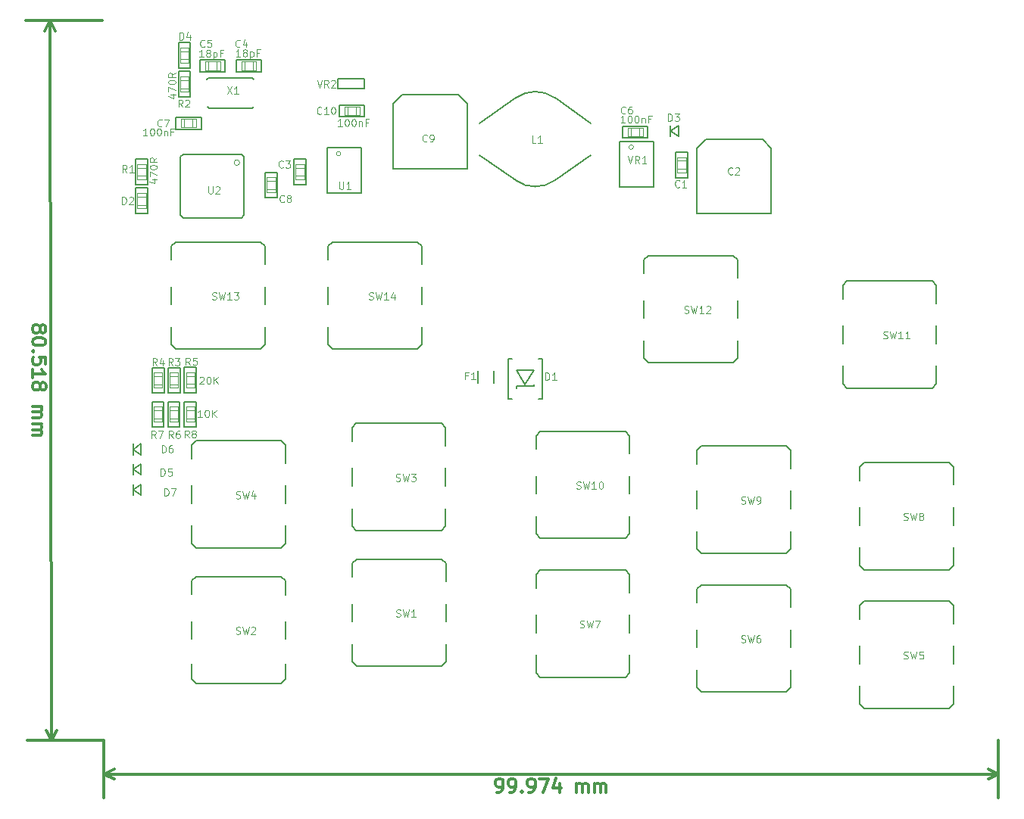
<source format=gto>
G04 #@! TF.GenerationSoftware,KiCad,Pcbnew,(2017-01-11 revision e99b79cb2)-master*
G04 #@! TF.CreationDate,2017-10-24T08:44:47+03:00*
G04 #@! TF.ProjectId,right_keypad,72696768745F6B65797061642E6B6963,rev?*
G04 #@! TF.FileFunction,Legend,Top*
G04 #@! TF.FilePolarity,Positive*
%FSLAX46Y46*%
G04 Gerber Fmt 4.6, Leading zero omitted, Abs format (unit mm)*
G04 Created by KiCad (PCBNEW (2017-01-11 revision e99b79cb2)-master) date Tue Oct 24 08:44:47 2017*
%MOMM*%
%LPD*%
G01*
G04 APERTURE LIST*
%ADD10C,0.100000*%
%ADD11C,0.300000*%
%ADD12C,0.203200*%
%ADD13C,0.200000*%
%ADD14C,0.198120*%
%ADD15C,0.101600*%
%ADD16C,0.127000*%
%ADD17C,0.076200*%
G04 APERTURE END LIST*
D10*
D11*
X98017771Y-145741771D02*
X98303485Y-145741771D01*
X98446342Y-145670342D01*
X98517771Y-145598914D01*
X98660628Y-145384628D01*
X98732057Y-145098914D01*
X98732057Y-144527485D01*
X98660628Y-144384628D01*
X98589200Y-144313200D01*
X98446342Y-144241771D01*
X98160628Y-144241771D01*
X98017771Y-144313200D01*
X97946342Y-144384628D01*
X97874914Y-144527485D01*
X97874914Y-144884628D01*
X97946342Y-145027485D01*
X98017771Y-145098914D01*
X98160628Y-145170342D01*
X98446342Y-145170342D01*
X98589200Y-145098914D01*
X98660628Y-145027485D01*
X98732057Y-144884628D01*
X99446342Y-145741771D02*
X99732057Y-145741771D01*
X99874914Y-145670342D01*
X99946342Y-145598914D01*
X100089200Y-145384628D01*
X100160628Y-145098914D01*
X100160628Y-144527485D01*
X100089200Y-144384628D01*
X100017771Y-144313200D01*
X99874914Y-144241771D01*
X99589200Y-144241771D01*
X99446342Y-144313200D01*
X99374914Y-144384628D01*
X99303485Y-144527485D01*
X99303485Y-144884628D01*
X99374914Y-145027485D01*
X99446342Y-145098914D01*
X99589200Y-145170342D01*
X99874914Y-145170342D01*
X100017771Y-145098914D01*
X100089200Y-145027485D01*
X100160628Y-144884628D01*
X100803485Y-145598914D02*
X100874914Y-145670342D01*
X100803485Y-145741771D01*
X100732057Y-145670342D01*
X100803485Y-145598914D01*
X100803485Y-145741771D01*
X101589200Y-145741771D02*
X101874914Y-145741771D01*
X102017771Y-145670342D01*
X102089200Y-145598914D01*
X102232057Y-145384628D01*
X102303485Y-145098914D01*
X102303485Y-144527485D01*
X102232057Y-144384628D01*
X102160628Y-144313200D01*
X102017771Y-144241771D01*
X101732057Y-144241771D01*
X101589200Y-144313200D01*
X101517771Y-144384628D01*
X101446342Y-144527485D01*
X101446342Y-144884628D01*
X101517771Y-145027485D01*
X101589200Y-145098914D01*
X101732057Y-145170342D01*
X102017771Y-145170342D01*
X102160628Y-145098914D01*
X102232057Y-145027485D01*
X102303485Y-144884628D01*
X102803485Y-144241771D02*
X103803485Y-144241771D01*
X103160628Y-145741771D01*
X105017771Y-144741771D02*
X105017771Y-145741771D01*
X104660628Y-144170342D02*
X104303485Y-145241771D01*
X105232057Y-145241771D01*
X106946342Y-145741771D02*
X106946342Y-144741771D01*
X106946342Y-144884628D02*
X107017771Y-144813200D01*
X107160628Y-144741771D01*
X107374914Y-144741771D01*
X107517771Y-144813200D01*
X107589200Y-144956057D01*
X107589200Y-145741771D01*
X107589200Y-144956057D02*
X107660628Y-144813200D01*
X107803485Y-144741771D01*
X108017771Y-144741771D01*
X108160628Y-144813200D01*
X108232057Y-144956057D01*
X108232057Y-145741771D01*
X108946342Y-145741771D02*
X108946342Y-144741771D01*
X108946342Y-144884628D02*
X109017771Y-144813200D01*
X109160628Y-144741771D01*
X109374914Y-144741771D01*
X109517771Y-144813200D01*
X109589200Y-144956057D01*
X109589200Y-145741771D01*
X109589200Y-144956057D02*
X109660628Y-144813200D01*
X109803485Y-144741771D01*
X110017771Y-144741771D01*
X110160628Y-144813200D01*
X110232057Y-144956057D01*
X110232057Y-145741771D01*
X54102000Y-143713200D02*
X154076400Y-143713200D01*
X54102000Y-139954000D02*
X54102000Y-146413200D01*
X154076400Y-139954000D02*
X154076400Y-146413200D01*
X154076400Y-143713200D02*
X152949896Y-144299621D01*
X154076400Y-143713200D02*
X152949896Y-143126779D01*
X54102000Y-143713200D02*
X55228504Y-144299621D01*
X54102000Y-143713200D02*
X55228504Y-143126779D01*
X46951238Y-93779808D02*
X47022396Y-93636816D01*
X47093690Y-93565252D01*
X47236411Y-93493553D01*
X47307840Y-93493418D01*
X47450832Y-93564576D01*
X47522396Y-93635869D01*
X47594094Y-93778591D01*
X47594635Y-94064305D01*
X47523477Y-94207297D01*
X47452184Y-94278860D01*
X47309462Y-94350559D01*
X47238034Y-94350694D01*
X47095042Y-94279536D01*
X47023478Y-94208243D01*
X46951779Y-94065521D01*
X46951238Y-93779808D01*
X46879540Y-93637086D01*
X46807976Y-93565793D01*
X46664984Y-93494635D01*
X46379270Y-93495175D01*
X46236548Y-93566874D01*
X46165255Y-93638438D01*
X46094097Y-93781430D01*
X46094638Y-94067144D01*
X46166337Y-94209866D01*
X46237900Y-94281159D01*
X46380892Y-94352317D01*
X46666606Y-94351776D01*
X46809328Y-94280077D01*
X46880621Y-94208514D01*
X46951779Y-94065521D01*
X47596933Y-95278588D02*
X47597204Y-95421445D01*
X47526046Y-95564437D01*
X47454753Y-95636001D01*
X47312031Y-95707700D01*
X47026452Y-95779669D01*
X46669310Y-95780345D01*
X46383461Y-95709457D01*
X46240469Y-95638299D01*
X46168905Y-95567006D01*
X46097207Y-95424284D01*
X46096936Y-95281427D01*
X46168094Y-95138435D01*
X46239387Y-95066872D01*
X46382109Y-94995173D01*
X46667688Y-94923204D01*
X47024830Y-94922528D01*
X47310679Y-94993415D01*
X47453671Y-95064573D01*
X47525235Y-95135867D01*
X47596933Y-95278588D01*
X46241956Y-96424012D02*
X46170663Y-96495576D01*
X46099099Y-96424282D01*
X46170393Y-96352719D01*
X46241956Y-96424012D01*
X46099099Y-96424282D01*
X47601801Y-97850012D02*
X47600449Y-97135728D01*
X46886029Y-97065651D01*
X46957593Y-97136945D01*
X47029291Y-97279666D01*
X47029967Y-97636808D01*
X46958809Y-97779801D01*
X46887516Y-97851364D01*
X46744794Y-97923063D01*
X46387652Y-97923739D01*
X46244660Y-97852581D01*
X46173096Y-97781288D01*
X46101398Y-97638566D01*
X46100722Y-97281424D01*
X46171880Y-97138432D01*
X46243173Y-97066868D01*
X46104642Y-99352849D02*
X46103020Y-98495707D01*
X46103831Y-98924278D02*
X47603828Y-98921439D01*
X47389273Y-98778988D01*
X47246145Y-98636401D01*
X47174447Y-98493679D01*
X46963406Y-100208368D02*
X47034564Y-100065376D01*
X47105857Y-99993812D01*
X47248579Y-99922113D01*
X47320007Y-99921978D01*
X47462999Y-99993136D01*
X47534563Y-100064429D01*
X47606262Y-100207151D01*
X47606803Y-100492865D01*
X47535645Y-100635857D01*
X47464351Y-100707420D01*
X47321630Y-100779119D01*
X47250201Y-100779254D01*
X47107209Y-100708096D01*
X47035646Y-100636803D01*
X46963947Y-100494081D01*
X46963406Y-100208368D01*
X46891707Y-100065646D01*
X46820144Y-99994353D01*
X46677151Y-99923195D01*
X46391438Y-99923735D01*
X46248716Y-99995434D01*
X46177423Y-100066998D01*
X46106265Y-100209990D01*
X46106805Y-100495704D01*
X46178504Y-100638425D01*
X46250068Y-100709719D01*
X46393060Y-100780877D01*
X46678774Y-100780336D01*
X46821495Y-100708637D01*
X46892789Y-100637073D01*
X46963947Y-100494081D01*
X46110726Y-102567129D02*
X47110724Y-102565236D01*
X46967867Y-102565506D02*
X47039431Y-102636799D01*
X47111130Y-102779521D01*
X47111536Y-102993807D01*
X47040377Y-103136799D01*
X46897656Y-103208497D01*
X46111943Y-103209985D01*
X46897656Y-103208497D02*
X47040648Y-103279655D01*
X47112347Y-103422377D01*
X47112752Y-103636663D01*
X47041594Y-103779655D01*
X46898873Y-103851353D01*
X46113160Y-103852841D01*
X46114512Y-104567125D02*
X47114510Y-104565232D01*
X46971653Y-104565503D02*
X47043217Y-104636796D01*
X47114915Y-104779518D01*
X47115321Y-104993803D01*
X47044163Y-105136795D01*
X46901441Y-105208494D01*
X46115728Y-105209981D01*
X46901441Y-105208494D02*
X47044433Y-105279652D01*
X47116132Y-105422374D01*
X47116538Y-105636659D01*
X47045380Y-105779651D01*
X46902658Y-105851350D01*
X46116945Y-105852837D01*
X48210087Y-139965152D02*
X48057687Y-59447152D01*
X54102000Y-139954000D02*
X45510092Y-139970262D01*
X53949600Y-59436000D02*
X45357692Y-59452262D01*
X48057687Y-59447152D02*
X48646239Y-60572544D01*
X48057687Y-59447152D02*
X47473399Y-60574764D01*
X48210087Y-139965152D02*
X48794375Y-138837540D01*
X48210087Y-139965152D02*
X47621535Y-138839760D01*
D12*
X102882700Y-120888760D02*
X102384860Y-121389140D01*
X102384860Y-132387340D02*
X102882700Y-132887720D01*
X102882700Y-132887720D02*
X112382300Y-132887720D01*
X112382300Y-132887720D02*
X112880140Y-132387340D01*
X112880140Y-121389140D02*
X112382300Y-120888760D01*
X112382300Y-120888760D02*
X102882700Y-120888760D01*
X112880140Y-121389140D02*
X112880140Y-123390660D01*
X112880140Y-125890020D02*
X112880140Y-127886460D01*
X112880140Y-130385820D02*
X112880140Y-132387340D01*
X102384860Y-132387340D02*
X102384860Y-130385820D01*
X102384860Y-127886460D02*
X102384860Y-125890020D01*
X102384860Y-122890280D02*
X102384860Y-121389140D01*
D13*
X118033800Y-77000100D02*
X119354600Y-77000100D01*
X118033800Y-74155300D02*
X118033800Y-77000100D01*
X119354600Y-74155300D02*
X118033800Y-74155300D01*
X119354600Y-77000100D02*
X119354600Y-74155300D01*
D10*
X118211600Y-75120500D02*
X119176800Y-75120500D01*
X119176800Y-75120500D02*
X119176800Y-74739500D01*
X118211600Y-74739500D02*
X118211600Y-75120500D01*
X119176800Y-76034900D02*
X118211600Y-76034900D01*
X118211600Y-76034900D02*
X118211600Y-76415900D01*
X119176800Y-76415900D02*
X119176800Y-76034900D01*
X118211600Y-75120500D02*
X118211600Y-76034900D01*
X118211600Y-76415900D02*
X119176800Y-76415900D01*
X119176800Y-76034900D02*
X119176800Y-75120500D01*
X119176800Y-74739500D02*
X118211600Y-74739500D01*
D14*
X128709420Y-81008220D02*
X120413780Y-81008220D01*
X120413780Y-81008220D02*
X120413780Y-73710800D01*
X120413780Y-73710800D02*
X121412000Y-72712580D01*
X121412000Y-72712580D02*
X127711200Y-72712580D01*
X127711200Y-72712580D02*
X128709420Y-73710800D01*
X128709420Y-73710800D02*
X128709420Y-81008220D01*
D13*
X76669900Y-74930000D02*
X75349100Y-74930000D01*
X76669900Y-77774800D02*
X76669900Y-74930000D01*
X75349100Y-77774800D02*
X76669900Y-77774800D01*
X75349100Y-74930000D02*
X75349100Y-77774800D01*
D10*
X76492100Y-76809600D02*
X75526900Y-76809600D01*
X75526900Y-76809600D02*
X75526900Y-77190600D01*
X76492100Y-77190600D02*
X76492100Y-76809600D01*
X75526900Y-75895200D02*
X76492100Y-75895200D01*
X76492100Y-75895200D02*
X76492100Y-75514200D01*
X75526900Y-75514200D02*
X75526900Y-75895200D01*
X76492100Y-76809600D02*
X76492100Y-75895200D01*
X76492100Y-75514200D02*
X75526900Y-75514200D01*
X75526900Y-75895200D02*
X75526900Y-76809600D01*
X75526900Y-77190600D02*
X76492100Y-77190600D01*
D13*
X71716900Y-65151000D02*
X71716900Y-63830200D01*
X68872100Y-65151000D02*
X71716900Y-65151000D01*
X68872100Y-63830200D02*
X68872100Y-65151000D01*
X71716900Y-63830200D02*
X68872100Y-63830200D01*
D10*
X69837300Y-64973200D02*
X69837300Y-64008000D01*
X69837300Y-64008000D02*
X69456300Y-64008000D01*
X69456300Y-64973200D02*
X69837300Y-64973200D01*
X70751700Y-64008000D02*
X70751700Y-64973200D01*
X70751700Y-64973200D02*
X71132700Y-64973200D01*
X71132700Y-64008000D02*
X70751700Y-64008000D01*
X69837300Y-64973200D02*
X70751700Y-64973200D01*
X71132700Y-64973200D02*
X71132700Y-64008000D01*
X70751700Y-64008000D02*
X69837300Y-64008000D01*
X69456300Y-64008000D02*
X69456300Y-64973200D01*
D13*
X64820800Y-63830200D02*
X64820800Y-65151000D01*
X67665600Y-63830200D02*
X64820800Y-63830200D01*
X67665600Y-65151000D02*
X67665600Y-63830200D01*
X64820800Y-65151000D02*
X67665600Y-65151000D01*
D10*
X66700400Y-64008000D02*
X66700400Y-64973200D01*
X66700400Y-64973200D02*
X67081400Y-64973200D01*
X67081400Y-64008000D02*
X66700400Y-64008000D01*
X65786000Y-64973200D02*
X65786000Y-64008000D01*
X65786000Y-64008000D02*
X65405000Y-64008000D01*
X65405000Y-64973200D02*
X65786000Y-64973200D01*
X66700400Y-64008000D02*
X65786000Y-64008000D01*
X65405000Y-64008000D02*
X65405000Y-64973200D01*
X65786000Y-64973200D02*
X66700400Y-64973200D01*
X67081400Y-64973200D02*
X67081400Y-64008000D01*
D13*
X114909600Y-72555100D02*
X114909600Y-71234300D01*
X112064800Y-72555100D02*
X114909600Y-72555100D01*
X112064800Y-71234300D02*
X112064800Y-72555100D01*
X114909600Y-71234300D02*
X112064800Y-71234300D01*
D10*
X113030000Y-72377300D02*
X113030000Y-71412100D01*
X113030000Y-71412100D02*
X112649000Y-71412100D01*
X112649000Y-72377300D02*
X113030000Y-72377300D01*
X113944400Y-71412100D02*
X113944400Y-72377300D01*
X113944400Y-72377300D02*
X114325400Y-72377300D01*
X114325400Y-71412100D02*
X113944400Y-71412100D01*
X113030000Y-72377300D02*
X113944400Y-72377300D01*
X114325400Y-72377300D02*
X114325400Y-71412100D01*
X113944400Y-71412100D02*
X113030000Y-71412100D01*
X112649000Y-71412100D02*
X112649000Y-72377300D01*
D13*
X62128400Y-70256400D02*
X62128400Y-71577200D01*
X64973200Y-70256400D02*
X62128400Y-70256400D01*
X64973200Y-71577200D02*
X64973200Y-70256400D01*
X62128400Y-71577200D02*
X64973200Y-71577200D01*
D10*
X64008000Y-70434200D02*
X64008000Y-71399400D01*
X64008000Y-71399400D02*
X64389000Y-71399400D01*
X64389000Y-70434200D02*
X64008000Y-70434200D01*
X63093600Y-71399400D02*
X63093600Y-70434200D01*
X63093600Y-70434200D02*
X62712600Y-70434200D01*
X62712600Y-71399400D02*
X63093600Y-71399400D01*
X64008000Y-70434200D02*
X63093600Y-70434200D01*
X62712600Y-70434200D02*
X62712600Y-71399400D01*
X63093600Y-71399400D02*
X64008000Y-71399400D01*
X64389000Y-71399400D02*
X64389000Y-70434200D01*
D13*
X72136000Y-79248000D02*
X73456800Y-79248000D01*
X72136000Y-76403200D02*
X72136000Y-79248000D01*
X73456800Y-76403200D02*
X72136000Y-76403200D01*
X73456800Y-79248000D02*
X73456800Y-76403200D01*
D10*
X72313800Y-77368400D02*
X73279000Y-77368400D01*
X73279000Y-77368400D02*
X73279000Y-76987400D01*
X72313800Y-76987400D02*
X72313800Y-77368400D01*
X73279000Y-78282800D02*
X72313800Y-78282800D01*
X72313800Y-78282800D02*
X72313800Y-78663800D01*
X73279000Y-78663800D02*
X73279000Y-78282800D01*
X72313800Y-77368400D02*
X72313800Y-78282800D01*
X72313800Y-78663800D02*
X73279000Y-78663800D01*
X73279000Y-78282800D02*
X73279000Y-77368400D01*
X73279000Y-76987400D02*
X72313800Y-76987400D01*
D14*
X94724220Y-76029820D02*
X86428580Y-76029820D01*
X86428580Y-76029820D02*
X86428580Y-68732400D01*
X86428580Y-68732400D02*
X87426800Y-67734180D01*
X87426800Y-67734180D02*
X93726000Y-67734180D01*
X93726000Y-67734180D02*
X94724220Y-68732400D01*
X94724220Y-68732400D02*
X94724220Y-76029820D01*
D13*
X83248500Y-70192900D02*
X83248500Y-68872100D01*
X80403700Y-70192900D02*
X83248500Y-70192900D01*
X80403700Y-68872100D02*
X80403700Y-70192900D01*
X83248500Y-68872100D02*
X80403700Y-68872100D01*
D10*
X81368900Y-70015100D02*
X81368900Y-69049900D01*
X81368900Y-69049900D02*
X80987900Y-69049900D01*
X80987900Y-70015100D02*
X81368900Y-70015100D01*
X82283300Y-69049900D02*
X82283300Y-70015100D01*
X82283300Y-70015100D02*
X82664300Y-70015100D01*
X82664300Y-69049900D02*
X82283300Y-69049900D01*
X81368900Y-70015100D02*
X82283300Y-70015100D01*
X82664300Y-70015100D02*
X82664300Y-69049900D01*
X82283300Y-69049900D02*
X81368900Y-69049900D01*
X80987900Y-69049900D02*
X80987900Y-70015100D01*
D12*
X102191820Y-98557080D02*
X100195380Y-98557080D01*
X100195380Y-98557080D02*
X101193600Y-100154740D01*
X101193600Y-100154740D02*
X102191820Y-98557080D01*
X102191820Y-100154740D02*
X102191820Y-100352860D01*
X102191820Y-100352860D02*
X100195380Y-100352860D01*
X100195380Y-100352860D02*
X100195380Y-100553520D01*
X99293680Y-97256600D02*
X99293680Y-101754940D01*
X99293680Y-101754940D02*
X99695000Y-101754940D01*
X99293680Y-97256600D02*
X99695000Y-97256600D01*
X102692200Y-97256600D02*
X103093520Y-97256600D01*
X103093520Y-97256600D02*
X103093520Y-101754940D01*
X103093520Y-101754940D02*
X102692200Y-101754940D01*
D13*
X58978800Y-78168500D02*
X57658000Y-78168500D01*
X58978800Y-81013300D02*
X58978800Y-78168500D01*
X57658000Y-81013300D02*
X58978800Y-81013300D01*
X57658000Y-78168500D02*
X57658000Y-81013300D01*
D10*
X58801000Y-80048100D02*
X57835800Y-80048100D01*
X57835800Y-80048100D02*
X57835800Y-80429100D01*
X58801000Y-80429100D02*
X58801000Y-80048100D01*
X57835800Y-79133700D02*
X58801000Y-79133700D01*
X58801000Y-79133700D02*
X58801000Y-78752700D01*
X57835800Y-78752700D02*
X57835800Y-79133700D01*
X58801000Y-80048100D02*
X58801000Y-79133700D01*
X58801000Y-78752700D02*
X57835800Y-78752700D01*
X57835800Y-79133700D02*
X57835800Y-80048100D01*
X57835800Y-80429100D02*
X58801000Y-80429100D01*
D12*
X118318280Y-72367140D02*
X118318280Y-71168260D01*
X118318280Y-71168260D02*
X117419120Y-71767700D01*
X117419120Y-71767700D02*
X118318280Y-72367140D01*
X117419120Y-72367140D02*
X117419120Y-71168260D01*
D13*
X62433200Y-64731900D02*
X63754000Y-64731900D01*
X62433200Y-61887100D02*
X62433200Y-64731900D01*
X63754000Y-61887100D02*
X62433200Y-61887100D01*
X63754000Y-64731900D02*
X63754000Y-61887100D01*
D10*
X62611000Y-62852300D02*
X63576200Y-62852300D01*
X63576200Y-62852300D02*
X63576200Y-62471300D01*
X62611000Y-62471300D02*
X62611000Y-62852300D01*
X63576200Y-63766700D02*
X62611000Y-63766700D01*
X62611000Y-63766700D02*
X62611000Y-64147700D01*
X63576200Y-64147700D02*
X63576200Y-63766700D01*
X62611000Y-62852300D02*
X62611000Y-63766700D01*
X62611000Y-64147700D02*
X63576200Y-64147700D01*
X63576200Y-63766700D02*
X63576200Y-62852300D01*
X63576200Y-62471300D02*
X62611000Y-62471300D01*
D12*
X58259980Y-110225840D02*
X58259980Y-109026960D01*
X58259980Y-109026960D02*
X57360820Y-109626400D01*
X57360820Y-109626400D02*
X58259980Y-110225840D01*
X57360820Y-110225840D02*
X57360820Y-109026960D01*
X58259980Y-107990640D02*
X58259980Y-106791760D01*
X58259980Y-106791760D02*
X57360820Y-107391200D01*
X57360820Y-107391200D02*
X58259980Y-107990640D01*
X57360820Y-107990640D02*
X57360820Y-106791760D01*
X58259980Y-112511840D02*
X58259980Y-111312960D01*
X58259980Y-111312960D02*
X57360820Y-111912400D01*
X57360820Y-111912400D02*
X58259980Y-112511840D01*
X57360820Y-112511840D02*
X57360820Y-111312960D01*
X108511340Y-74493120D02*
X104513380Y-77294740D01*
X100114100Y-77294740D02*
X96113600Y-74493120D01*
X96113600Y-70896480D02*
X100114100Y-68094860D01*
X104513380Y-68094860D02*
X108511340Y-70896480D01*
X100115087Y-77295462D02*
G75*
G03X104513380Y-77294740I2198653J3010622D01*
G01*
X104512393Y-68094138D02*
G75*
G03X100114100Y-68094860I-2198653J-3010622D01*
G01*
D13*
X58978800Y-74930000D02*
X57658000Y-74930000D01*
X58978800Y-77774800D02*
X58978800Y-74930000D01*
X57658000Y-77774800D02*
X58978800Y-77774800D01*
X57658000Y-74930000D02*
X57658000Y-77774800D01*
D10*
X58801000Y-76809600D02*
X57835800Y-76809600D01*
X57835800Y-76809600D02*
X57835800Y-77190600D01*
X58801000Y-77190600D02*
X58801000Y-76809600D01*
X57835800Y-75895200D02*
X58801000Y-75895200D01*
X58801000Y-75895200D02*
X58801000Y-75514200D01*
X57835800Y-75514200D02*
X57835800Y-75895200D01*
X58801000Y-76809600D02*
X58801000Y-75895200D01*
X58801000Y-75514200D02*
X57835800Y-75514200D01*
X57835800Y-75895200D02*
X57835800Y-76809600D01*
X57835800Y-77190600D02*
X58801000Y-77190600D01*
D13*
X62433200Y-67970400D02*
X63754000Y-67970400D01*
X62433200Y-65125600D02*
X62433200Y-67970400D01*
X63754000Y-65125600D02*
X62433200Y-65125600D01*
X63754000Y-67970400D02*
X63754000Y-65125600D01*
D10*
X62611000Y-66090800D02*
X63576200Y-66090800D01*
X63576200Y-66090800D02*
X63576200Y-65709800D01*
X62611000Y-65709800D02*
X62611000Y-66090800D01*
X63576200Y-67005200D02*
X62611000Y-67005200D01*
X62611000Y-67005200D02*
X62611000Y-67386200D01*
X63576200Y-67386200D02*
X63576200Y-67005200D01*
X62611000Y-66090800D02*
X62611000Y-67005200D01*
X62611000Y-67386200D02*
X63576200Y-67386200D01*
X63576200Y-67005200D02*
X63576200Y-66090800D01*
X63576200Y-65709800D02*
X62611000Y-65709800D01*
D13*
X61277500Y-101092000D02*
X62598300Y-101092000D01*
X61277500Y-98247200D02*
X61277500Y-101092000D01*
X62598300Y-98247200D02*
X61277500Y-98247200D01*
X62598300Y-101092000D02*
X62598300Y-98247200D01*
D10*
X61455300Y-99212400D02*
X62420500Y-99212400D01*
X62420500Y-99212400D02*
X62420500Y-98831400D01*
X61455300Y-98831400D02*
X61455300Y-99212400D01*
X62420500Y-100126800D02*
X61455300Y-100126800D01*
X61455300Y-100126800D02*
X61455300Y-100507800D01*
X62420500Y-100507800D02*
X62420500Y-100126800D01*
X61455300Y-99212400D02*
X61455300Y-100126800D01*
X61455300Y-100507800D02*
X62420500Y-100507800D01*
X62420500Y-100126800D02*
X62420500Y-99212400D01*
X62420500Y-98831400D02*
X61455300Y-98831400D01*
D13*
X59499500Y-101092000D02*
X60820300Y-101092000D01*
X59499500Y-98247200D02*
X59499500Y-101092000D01*
X60820300Y-98247200D02*
X59499500Y-98247200D01*
X60820300Y-101092000D02*
X60820300Y-98247200D01*
D10*
X59677300Y-99212400D02*
X60642500Y-99212400D01*
X60642500Y-99212400D02*
X60642500Y-98831400D01*
X59677300Y-98831400D02*
X59677300Y-99212400D01*
X60642500Y-100126800D02*
X59677300Y-100126800D01*
X59677300Y-100126800D02*
X59677300Y-100507800D01*
X60642500Y-100507800D02*
X60642500Y-100126800D01*
X59677300Y-99212400D02*
X59677300Y-100126800D01*
X59677300Y-100507800D02*
X60642500Y-100507800D01*
X60642500Y-100126800D02*
X60642500Y-99212400D01*
X60642500Y-98831400D02*
X59677300Y-98831400D01*
D13*
X63093600Y-101053900D02*
X64414400Y-101053900D01*
X63093600Y-98209100D02*
X63093600Y-101053900D01*
X64414400Y-98209100D02*
X63093600Y-98209100D01*
X64414400Y-101053900D02*
X64414400Y-98209100D01*
D10*
X63271400Y-99174300D02*
X64236600Y-99174300D01*
X64236600Y-99174300D02*
X64236600Y-98793300D01*
X63271400Y-98793300D02*
X63271400Y-99174300D01*
X64236600Y-100088700D02*
X63271400Y-100088700D01*
X63271400Y-100088700D02*
X63271400Y-100469700D01*
X64236600Y-100469700D02*
X64236600Y-100088700D01*
X63271400Y-99174300D02*
X63271400Y-100088700D01*
X63271400Y-100469700D02*
X64236600Y-100469700D01*
X64236600Y-100088700D02*
X64236600Y-99174300D01*
X64236600Y-98793300D02*
X63271400Y-98793300D01*
D13*
X62585600Y-102057200D02*
X61264800Y-102057200D01*
X62585600Y-104902000D02*
X62585600Y-102057200D01*
X61264800Y-104902000D02*
X62585600Y-104902000D01*
X61264800Y-102057200D02*
X61264800Y-104902000D01*
D10*
X62407800Y-103936800D02*
X61442600Y-103936800D01*
X61442600Y-103936800D02*
X61442600Y-104317800D01*
X62407800Y-104317800D02*
X62407800Y-103936800D01*
X61442600Y-103022400D02*
X62407800Y-103022400D01*
X62407800Y-103022400D02*
X62407800Y-102641400D01*
X61442600Y-102641400D02*
X61442600Y-103022400D01*
X62407800Y-103936800D02*
X62407800Y-103022400D01*
X62407800Y-102641400D02*
X61442600Y-102641400D01*
X61442600Y-103022400D02*
X61442600Y-103936800D01*
X61442600Y-104317800D02*
X62407800Y-104317800D01*
D13*
X60807600Y-102057200D02*
X59486800Y-102057200D01*
X60807600Y-104902000D02*
X60807600Y-102057200D01*
X59486800Y-104902000D02*
X60807600Y-104902000D01*
X59486800Y-102057200D02*
X59486800Y-104902000D01*
D10*
X60629800Y-103936800D02*
X59664600Y-103936800D01*
X59664600Y-103936800D02*
X59664600Y-104317800D01*
X60629800Y-104317800D02*
X60629800Y-103936800D01*
X59664600Y-103022400D02*
X60629800Y-103022400D01*
X60629800Y-103022400D02*
X60629800Y-102641400D01*
X59664600Y-102641400D02*
X59664600Y-103022400D01*
X60629800Y-103936800D02*
X60629800Y-103022400D01*
X60629800Y-102641400D02*
X59664600Y-102641400D01*
X59664600Y-103022400D02*
X59664600Y-103936800D01*
X59664600Y-104317800D02*
X60629800Y-104317800D01*
D13*
X64414400Y-102057200D02*
X63093600Y-102057200D01*
X64414400Y-104902000D02*
X64414400Y-102057200D01*
X63093600Y-104902000D02*
X64414400Y-104902000D01*
X63093600Y-102057200D02*
X63093600Y-104902000D01*
D10*
X64236600Y-103936800D02*
X63271400Y-103936800D01*
X63271400Y-103936800D02*
X63271400Y-104317800D01*
X64236600Y-104317800D02*
X64236600Y-103936800D01*
X63271400Y-103022400D02*
X64236600Y-103022400D01*
X64236600Y-103022400D02*
X64236600Y-102641400D01*
X63271400Y-102641400D02*
X63271400Y-103022400D01*
X64236600Y-103936800D02*
X64236600Y-103022400D01*
X64236600Y-102641400D02*
X63271400Y-102641400D01*
X63271400Y-103022400D02*
X63271400Y-103936800D01*
X63271400Y-104317800D02*
X64236600Y-104317800D01*
D12*
X82334100Y-119667020D02*
X81836260Y-120167400D01*
X81836260Y-131165600D02*
X82334100Y-131665980D01*
X82334100Y-131665980D02*
X91833700Y-131665980D01*
X91833700Y-131665980D02*
X92331540Y-131165600D01*
X92331540Y-120167400D02*
X91833700Y-119667020D01*
X91833700Y-119667020D02*
X82334100Y-119667020D01*
X92331540Y-120167400D02*
X92331540Y-122168920D01*
X92331540Y-124668280D02*
X92331540Y-126664720D01*
X92331540Y-129164080D02*
X92331540Y-131165600D01*
X81836260Y-131165600D02*
X81836260Y-129164080D01*
X81836260Y-126664720D02*
X81836260Y-124668280D01*
X81836260Y-121668540D02*
X81836260Y-120167400D01*
X82308700Y-104493060D02*
X81810860Y-104993440D01*
X81810860Y-115991640D02*
X82308700Y-116492020D01*
X82308700Y-116492020D02*
X91808300Y-116492020D01*
X91808300Y-116492020D02*
X92306140Y-115991640D01*
X92306140Y-104993440D02*
X91808300Y-104493060D01*
X91808300Y-104493060D02*
X82308700Y-104493060D01*
X92306140Y-104993440D02*
X92306140Y-106994960D01*
X92306140Y-109494320D02*
X92306140Y-111490760D01*
X92306140Y-113990120D02*
X92306140Y-115991640D01*
X81810860Y-115991640D02*
X81810860Y-113990120D01*
X81810860Y-111490760D02*
X81810860Y-109494320D01*
X81810860Y-106494580D02*
X81810860Y-104993440D01*
X64427100Y-106431080D02*
X63929260Y-106931460D01*
X63929260Y-117929660D02*
X64427100Y-118430040D01*
X64427100Y-118430040D02*
X73926700Y-118430040D01*
X73926700Y-118430040D02*
X74424540Y-117929660D01*
X74424540Y-106931460D02*
X73926700Y-106431080D01*
X73926700Y-106431080D02*
X64427100Y-106431080D01*
X74424540Y-106931460D02*
X74424540Y-108932980D01*
X74424540Y-111432340D02*
X74424540Y-113428780D01*
X74424540Y-115928140D02*
X74424540Y-117929660D01*
X63929260Y-117929660D02*
X63929260Y-115928140D01*
X63929260Y-113428780D02*
X63929260Y-111432340D01*
X63929260Y-108432600D02*
X63929260Y-106931460D01*
X139077700Y-124376180D02*
X138579860Y-124876560D01*
X138579860Y-135874760D02*
X139077700Y-136375140D01*
X139077700Y-136375140D02*
X148577300Y-136375140D01*
X148577300Y-136375140D02*
X149075140Y-135874760D01*
X149075140Y-124876560D02*
X148577300Y-124376180D01*
X148577300Y-124376180D02*
X139077700Y-124376180D01*
X149075140Y-124876560D02*
X149075140Y-126878080D01*
X149075140Y-129377440D02*
X149075140Y-131373880D01*
X149075140Y-133873240D02*
X149075140Y-135874760D01*
X138579860Y-135874760D02*
X138579860Y-133873240D01*
X138579860Y-131373880D02*
X138579860Y-129377440D01*
X138579860Y-126377700D02*
X138579860Y-124876560D01*
X120891300Y-122547380D02*
X120393460Y-123047760D01*
X120393460Y-134045960D02*
X120891300Y-134546340D01*
X120891300Y-134546340D02*
X130390900Y-134546340D01*
X130390900Y-134546340D02*
X130888740Y-134045960D01*
X130888740Y-123047760D02*
X130390900Y-122547380D01*
X130390900Y-122547380D02*
X120891300Y-122547380D01*
X130888740Y-123047760D02*
X130888740Y-125049280D01*
X130888740Y-127548640D02*
X130888740Y-129545080D01*
X130888740Y-132044440D02*
X130888740Y-134045960D01*
X120393460Y-134045960D02*
X120393460Y-132044440D01*
X120393460Y-129545080D02*
X120393460Y-127548640D01*
X120393460Y-124548900D02*
X120393460Y-123047760D01*
X139077700Y-108861860D02*
X138579860Y-109362240D01*
X138579860Y-120360440D02*
X139077700Y-120860820D01*
X139077700Y-120860820D02*
X148577300Y-120860820D01*
X148577300Y-120860820D02*
X149075140Y-120360440D01*
X149075140Y-109362240D02*
X148577300Y-108861860D01*
X148577300Y-108861860D02*
X139077700Y-108861860D01*
X149075140Y-109362240D02*
X149075140Y-111363760D01*
X149075140Y-113863120D02*
X149075140Y-115859560D01*
X149075140Y-118358920D02*
X149075140Y-120360440D01*
X138579860Y-120360440D02*
X138579860Y-118358920D01*
X138579860Y-115859560D02*
X138579860Y-113863120D01*
X138579860Y-110863380D02*
X138579860Y-109362240D01*
X120891300Y-107033060D02*
X120393460Y-107533440D01*
X120393460Y-118531640D02*
X120891300Y-119032020D01*
X120891300Y-119032020D02*
X130390900Y-119032020D01*
X130390900Y-119032020D02*
X130888740Y-118531640D01*
X130888740Y-107533440D02*
X130390900Y-107033060D01*
X130390900Y-107033060D02*
X120891300Y-107033060D01*
X130888740Y-107533440D02*
X130888740Y-109534960D01*
X130888740Y-112034320D02*
X130888740Y-114030760D01*
X130888740Y-116530120D02*
X130888740Y-118531640D01*
X120393460Y-118531640D02*
X120393460Y-116530120D01*
X120393460Y-114030760D02*
X120393460Y-112034320D01*
X120393460Y-109034580D02*
X120393460Y-107533440D01*
X102882700Y-105364280D02*
X102384860Y-105864660D01*
X102384860Y-116862860D02*
X102882700Y-117363240D01*
X102882700Y-117363240D02*
X112382300Y-117363240D01*
X112382300Y-117363240D02*
X112880140Y-116862860D01*
X112880140Y-105864660D02*
X112382300Y-105364280D01*
X112382300Y-105364280D02*
X102882700Y-105364280D01*
X112880140Y-105864660D02*
X112880140Y-107866180D01*
X112880140Y-110365540D02*
X112880140Y-112361980D01*
X112880140Y-114861340D02*
X112880140Y-116862860D01*
X102384860Y-116862860D02*
X102384860Y-114861340D01*
X102384860Y-112361980D02*
X102384860Y-110365540D01*
X102384860Y-107365800D02*
X102384860Y-105864660D01*
X137172700Y-88552020D02*
X136674860Y-89052400D01*
X136674860Y-100050600D02*
X137172700Y-100550980D01*
X137172700Y-100550980D02*
X146672300Y-100550980D01*
X146672300Y-100550980D02*
X147170140Y-100050600D01*
X147170140Y-89052400D02*
X146672300Y-88552020D01*
X146672300Y-88552020D02*
X137172700Y-88552020D01*
X147170140Y-89052400D02*
X147170140Y-91053920D01*
X147170140Y-93553280D02*
X147170140Y-95549720D01*
X147170140Y-98049080D02*
X147170140Y-100050600D01*
X136674860Y-100050600D02*
X136674860Y-98049080D01*
X136674860Y-95549720D02*
X136674860Y-93553280D01*
X136674860Y-90553540D02*
X136674860Y-89052400D01*
X114922300Y-85717380D02*
X114424460Y-86217760D01*
X114424460Y-97215960D02*
X114922300Y-97716340D01*
X114922300Y-97716340D02*
X124421900Y-97716340D01*
X124421900Y-97716340D02*
X124919740Y-97215960D01*
X124919740Y-86217760D02*
X124421900Y-85717380D01*
X124421900Y-85717380D02*
X114922300Y-85717380D01*
X124919740Y-86217760D02*
X124919740Y-88219280D01*
X124919740Y-90718640D02*
X124919740Y-92715080D01*
X124919740Y-95214440D02*
X124919740Y-97215960D01*
X114424460Y-97215960D02*
X114424460Y-95214440D01*
X114424460Y-92715080D02*
X114424460Y-90718640D01*
X114424460Y-87718900D02*
X114424460Y-86217760D01*
X62141100Y-84193380D02*
X61643260Y-84693760D01*
X61643260Y-95691960D02*
X62141100Y-96192340D01*
X62141100Y-96192340D02*
X71640700Y-96192340D01*
X71640700Y-96192340D02*
X72138540Y-95691960D01*
X72138540Y-84693760D02*
X71640700Y-84193380D01*
X71640700Y-84193380D02*
X62141100Y-84193380D01*
X72138540Y-84693760D02*
X72138540Y-86695280D01*
X72138540Y-89194640D02*
X72138540Y-91191080D01*
X72138540Y-93690440D02*
X72138540Y-95691960D01*
X61643260Y-95691960D02*
X61643260Y-93690440D01*
X61643260Y-91191080D02*
X61643260Y-89194640D01*
X61643260Y-86194900D02*
X61643260Y-84693760D01*
X79667100Y-84193380D02*
X79169260Y-84693760D01*
X79169260Y-95691960D02*
X79667100Y-96192340D01*
X79667100Y-96192340D02*
X89166700Y-96192340D01*
X89166700Y-96192340D02*
X89664540Y-95691960D01*
X89664540Y-84693760D02*
X89166700Y-84193380D01*
X89166700Y-84193380D02*
X79667100Y-84193380D01*
X89664540Y-84693760D02*
X89664540Y-86695280D01*
X89664540Y-89194640D02*
X89664540Y-91191080D01*
X89664540Y-93690440D02*
X89664540Y-95691960D01*
X79169260Y-95691960D02*
X79169260Y-93690440D01*
X79169260Y-91191080D02*
X79169260Y-89194640D01*
X79169260Y-86194900D02*
X79169260Y-84693760D01*
X82862007Y-73688645D02*
X82862007Y-78768645D01*
X82862007Y-78768645D02*
X79052007Y-78768645D01*
X79052007Y-78768645D02*
X79052007Y-73688645D01*
X79052007Y-73688645D02*
X82862007Y-73688645D01*
D15*
X80573454Y-74323645D02*
G75*
G03X80573454Y-74323645I-251447J0D01*
G01*
D12*
X69466460Y-74399140D02*
X69766180Y-74698860D01*
X69766180Y-74698860D02*
X69766180Y-81196180D01*
X69766180Y-81196180D02*
X69466460Y-81495900D01*
X69466460Y-81495900D02*
X62969140Y-81495900D01*
X62969140Y-81495900D02*
X62669420Y-81196180D01*
X62669420Y-81196180D02*
X62669420Y-74698860D01*
X62669420Y-74698860D02*
X62969140Y-74399140D01*
X62969140Y-74399140D02*
X69466460Y-74399140D01*
D15*
X69282185Y-75323700D02*
G75*
G03X69282185Y-75323700I-316105J0D01*
G01*
D12*
X115585650Y-72959445D02*
X115585650Y-78039445D01*
X115585650Y-78039445D02*
X111775650Y-78039445D01*
X111775650Y-78039445D02*
X111775650Y-72959445D01*
X111775650Y-72959445D02*
X115585650Y-72959445D01*
D15*
X113297097Y-73594445D02*
G75*
G03X113297097Y-73594445I-251447J0D01*
G01*
D14*
X83169711Y-65963530D02*
X80274111Y-65963530D01*
X80274111Y-65963530D02*
X80274111Y-67062690D01*
X83169711Y-65963530D02*
X83169711Y-67062690D01*
X83169711Y-67062690D02*
X80274111Y-67062690D01*
D16*
X70873620Y-69037200D02*
X70672960Y-69237860D01*
X70672960Y-69237860D02*
X65877440Y-69237860D01*
X65877440Y-69237860D02*
X65676780Y-69037200D01*
X65577720Y-66040000D02*
X65775840Y-65839340D01*
X65775840Y-65839340D02*
X70672960Y-65839340D01*
X70672960Y-65839340D02*
X70873620Y-66040000D01*
D12*
X97723960Y-98590100D02*
X97723960Y-99987100D01*
X95925640Y-98590100D02*
X95925640Y-99987100D01*
X64427100Y-121612660D02*
X63929260Y-122113040D01*
X63929260Y-133111240D02*
X64427100Y-133611620D01*
X64427100Y-133611620D02*
X73926700Y-133611620D01*
X73926700Y-133611620D02*
X74424540Y-133111240D01*
X74424540Y-122113040D02*
X73926700Y-121612660D01*
X73926700Y-121612660D02*
X64427100Y-121612660D01*
X74426900Y-122113040D02*
X74426900Y-123712140D01*
X74424540Y-126613920D02*
X74424540Y-128610360D01*
X74426900Y-131412140D02*
X74426900Y-133111240D01*
X63926900Y-133111240D02*
X63926900Y-131412140D01*
X63929260Y-128610360D02*
X63929260Y-126613920D01*
X63929260Y-123614180D02*
X63929260Y-122113040D01*
D17*
X107328546Y-127308670D02*
X107444660Y-127347375D01*
X107638184Y-127347375D01*
X107715594Y-127308670D01*
X107754299Y-127269965D01*
X107793003Y-127192556D01*
X107793003Y-127115146D01*
X107754299Y-127037737D01*
X107715594Y-126999032D01*
X107638184Y-126960327D01*
X107483365Y-126921622D01*
X107405956Y-126882918D01*
X107367251Y-126844213D01*
X107328546Y-126766803D01*
X107328546Y-126689394D01*
X107367251Y-126611984D01*
X107405956Y-126573280D01*
X107483365Y-126534575D01*
X107676889Y-126534575D01*
X107793003Y-126573280D01*
X108063937Y-126534575D02*
X108257460Y-127347375D01*
X108412280Y-126766803D01*
X108567099Y-127347375D01*
X108760622Y-126534575D01*
X108992851Y-126534575D02*
X109534718Y-126534575D01*
X109186375Y-127347375D01*
X118431733Y-78014285D02*
X118393028Y-78052990D01*
X118276914Y-78091695D01*
X118199504Y-78091695D01*
X118083390Y-78052990D01*
X118005980Y-77975580D01*
X117967276Y-77898171D01*
X117928571Y-77743352D01*
X117928571Y-77627238D01*
X117967276Y-77472419D01*
X118005980Y-77395009D01*
X118083390Y-77317600D01*
X118199504Y-77278895D01*
X118276914Y-77278895D01*
X118393028Y-77317600D01*
X118431733Y-77356304D01*
X119205828Y-78091695D02*
X118741371Y-78091695D01*
X118973600Y-78091695D02*
X118973600Y-77278895D01*
X118896190Y-77395009D01*
X118818780Y-77472419D01*
X118741371Y-77511123D01*
X124375333Y-76591885D02*
X124336628Y-76630590D01*
X124220514Y-76669295D01*
X124143104Y-76669295D01*
X124026990Y-76630590D01*
X123949580Y-76553180D01*
X123910876Y-76475771D01*
X123872171Y-76320952D01*
X123872171Y-76204838D01*
X123910876Y-76050019D01*
X123949580Y-75972609D01*
X124026990Y-75895200D01*
X124143104Y-75856495D01*
X124220514Y-75856495D01*
X124336628Y-75895200D01*
X124375333Y-75933904D01*
X124684971Y-75933904D02*
X124723676Y-75895200D01*
X124801085Y-75856495D01*
X124994609Y-75856495D01*
X125072019Y-75895200D01*
X125110723Y-75933904D01*
X125149428Y-76011314D01*
X125149428Y-76088723D01*
X125110723Y-76204838D01*
X124646266Y-76669295D01*
X125149428Y-76669295D01*
X74134133Y-75829885D02*
X74095428Y-75868590D01*
X73979314Y-75907295D01*
X73901904Y-75907295D01*
X73785790Y-75868590D01*
X73708380Y-75791180D01*
X73669676Y-75713771D01*
X73630971Y-75558952D01*
X73630971Y-75442838D01*
X73669676Y-75288019D01*
X73708380Y-75210609D01*
X73785790Y-75133200D01*
X73901904Y-75094495D01*
X73979314Y-75094495D01*
X74095428Y-75133200D01*
X74134133Y-75171904D01*
X74405066Y-75094495D02*
X74908228Y-75094495D01*
X74637295Y-75404133D01*
X74753409Y-75404133D01*
X74830819Y-75442838D01*
X74869523Y-75481542D01*
X74908228Y-75558952D01*
X74908228Y-75752476D01*
X74869523Y-75829885D01*
X74830819Y-75868590D01*
X74753409Y-75907295D01*
X74521180Y-75907295D01*
X74443771Y-75868590D01*
X74405066Y-75829885D01*
X69308133Y-62317085D02*
X69269428Y-62355790D01*
X69153314Y-62394495D01*
X69075904Y-62394495D01*
X68959790Y-62355790D01*
X68882380Y-62278380D01*
X68843676Y-62200971D01*
X68804971Y-62046152D01*
X68804971Y-61930038D01*
X68843676Y-61775219D01*
X68882380Y-61697809D01*
X68959790Y-61620400D01*
X69075904Y-61581695D01*
X69153314Y-61581695D01*
X69269428Y-61620400D01*
X69308133Y-61659104D01*
X70004819Y-61852628D02*
X70004819Y-62394495D01*
X69811295Y-61542990D02*
X69617771Y-62123561D01*
X70120933Y-62123561D01*
X69334742Y-63461295D02*
X68870285Y-63461295D01*
X69102514Y-63461295D02*
X69102514Y-62648495D01*
X69025104Y-62764609D01*
X68947695Y-62842019D01*
X68870285Y-62880723D01*
X69799200Y-62996838D02*
X69721790Y-62958133D01*
X69683085Y-62919428D01*
X69644380Y-62842019D01*
X69644380Y-62803314D01*
X69683085Y-62725904D01*
X69721790Y-62687200D01*
X69799200Y-62648495D01*
X69954019Y-62648495D01*
X70031428Y-62687200D01*
X70070133Y-62725904D01*
X70108838Y-62803314D01*
X70108838Y-62842019D01*
X70070133Y-62919428D01*
X70031428Y-62958133D01*
X69954019Y-62996838D01*
X69799200Y-62996838D01*
X69721790Y-63035542D01*
X69683085Y-63074247D01*
X69644380Y-63151657D01*
X69644380Y-63306476D01*
X69683085Y-63383885D01*
X69721790Y-63422590D01*
X69799200Y-63461295D01*
X69954019Y-63461295D01*
X70031428Y-63422590D01*
X70070133Y-63383885D01*
X70108838Y-63306476D01*
X70108838Y-63151657D01*
X70070133Y-63074247D01*
X70031428Y-63035542D01*
X69954019Y-62996838D01*
X70457180Y-62919428D02*
X70457180Y-63732228D01*
X70457180Y-62958133D02*
X70534590Y-62919428D01*
X70689409Y-62919428D01*
X70766819Y-62958133D01*
X70805523Y-62996838D01*
X70844228Y-63074247D01*
X70844228Y-63306476D01*
X70805523Y-63383885D01*
X70766819Y-63422590D01*
X70689409Y-63461295D01*
X70534590Y-63461295D01*
X70457180Y-63422590D01*
X71463504Y-63035542D02*
X71192571Y-63035542D01*
X71192571Y-63461295D02*
X71192571Y-62648495D01*
X71579619Y-62648495D01*
X65345733Y-62317085D02*
X65307028Y-62355790D01*
X65190914Y-62394495D01*
X65113504Y-62394495D01*
X64997390Y-62355790D01*
X64919980Y-62278380D01*
X64881276Y-62200971D01*
X64842571Y-62046152D01*
X64842571Y-61930038D01*
X64881276Y-61775219D01*
X64919980Y-61697809D01*
X64997390Y-61620400D01*
X65113504Y-61581695D01*
X65190914Y-61581695D01*
X65307028Y-61620400D01*
X65345733Y-61659104D01*
X66081123Y-61581695D02*
X65694076Y-61581695D01*
X65655371Y-61968742D01*
X65694076Y-61930038D01*
X65771485Y-61891333D01*
X65965009Y-61891333D01*
X66042419Y-61930038D01*
X66081123Y-61968742D01*
X66119828Y-62046152D01*
X66119828Y-62239676D01*
X66081123Y-62317085D01*
X66042419Y-62355790D01*
X65965009Y-62394495D01*
X65771485Y-62394495D01*
X65694076Y-62355790D01*
X65655371Y-62317085D01*
X65219942Y-63512095D02*
X64755485Y-63512095D01*
X64987714Y-63512095D02*
X64987714Y-62699295D01*
X64910304Y-62815409D01*
X64832895Y-62892819D01*
X64755485Y-62931523D01*
X65684400Y-63047638D02*
X65606990Y-63008933D01*
X65568285Y-62970228D01*
X65529580Y-62892819D01*
X65529580Y-62854114D01*
X65568285Y-62776704D01*
X65606990Y-62738000D01*
X65684400Y-62699295D01*
X65839219Y-62699295D01*
X65916628Y-62738000D01*
X65955333Y-62776704D01*
X65994038Y-62854114D01*
X65994038Y-62892819D01*
X65955333Y-62970228D01*
X65916628Y-63008933D01*
X65839219Y-63047638D01*
X65684400Y-63047638D01*
X65606990Y-63086342D01*
X65568285Y-63125047D01*
X65529580Y-63202457D01*
X65529580Y-63357276D01*
X65568285Y-63434685D01*
X65606990Y-63473390D01*
X65684400Y-63512095D01*
X65839219Y-63512095D01*
X65916628Y-63473390D01*
X65955333Y-63434685D01*
X65994038Y-63357276D01*
X65994038Y-63202457D01*
X65955333Y-63125047D01*
X65916628Y-63086342D01*
X65839219Y-63047638D01*
X66342380Y-62970228D02*
X66342380Y-63783028D01*
X66342380Y-63008933D02*
X66419790Y-62970228D01*
X66574609Y-62970228D01*
X66652019Y-63008933D01*
X66690723Y-63047638D01*
X66729428Y-63125047D01*
X66729428Y-63357276D01*
X66690723Y-63434685D01*
X66652019Y-63473390D01*
X66574609Y-63512095D01*
X66419790Y-63512095D01*
X66342380Y-63473390D01*
X67348704Y-63086342D02*
X67077771Y-63086342D01*
X67077771Y-63512095D02*
X67077771Y-62699295D01*
X67464819Y-62699295D01*
X112386533Y-69784685D02*
X112347828Y-69823390D01*
X112231714Y-69862095D01*
X112154304Y-69862095D01*
X112038190Y-69823390D01*
X111960780Y-69745980D01*
X111922076Y-69668571D01*
X111883371Y-69513752D01*
X111883371Y-69397638D01*
X111922076Y-69242819D01*
X111960780Y-69165409D01*
X112038190Y-69088000D01*
X112154304Y-69049295D01*
X112231714Y-69049295D01*
X112347828Y-69088000D01*
X112386533Y-69126704D01*
X113083219Y-69049295D02*
X112928400Y-69049295D01*
X112850990Y-69088000D01*
X112812285Y-69126704D01*
X112734876Y-69242819D01*
X112696171Y-69397638D01*
X112696171Y-69707276D01*
X112734876Y-69784685D01*
X112773580Y-69823390D01*
X112850990Y-69862095D01*
X113005809Y-69862095D01*
X113083219Y-69823390D01*
X113121923Y-69784685D01*
X113160628Y-69707276D01*
X113160628Y-69513752D01*
X113121923Y-69436342D01*
X113083219Y-69397638D01*
X113005809Y-69358933D01*
X112850990Y-69358933D01*
X112773580Y-69397638D01*
X112734876Y-69436342D01*
X112696171Y-69513752D01*
X112330895Y-70878095D02*
X111866438Y-70878095D01*
X112098666Y-70878095D02*
X112098666Y-70065295D01*
X112021257Y-70181409D01*
X111943847Y-70258819D01*
X111866438Y-70297523D01*
X112834057Y-70065295D02*
X112911466Y-70065295D01*
X112988876Y-70104000D01*
X113027580Y-70142704D01*
X113066285Y-70220114D01*
X113104990Y-70374933D01*
X113104990Y-70568457D01*
X113066285Y-70723276D01*
X113027580Y-70800685D01*
X112988876Y-70839390D01*
X112911466Y-70878095D01*
X112834057Y-70878095D01*
X112756647Y-70839390D01*
X112717942Y-70800685D01*
X112679238Y-70723276D01*
X112640533Y-70568457D01*
X112640533Y-70374933D01*
X112679238Y-70220114D01*
X112717942Y-70142704D01*
X112756647Y-70104000D01*
X112834057Y-70065295D01*
X113608152Y-70065295D02*
X113685561Y-70065295D01*
X113762971Y-70104000D01*
X113801676Y-70142704D01*
X113840380Y-70220114D01*
X113879085Y-70374933D01*
X113879085Y-70568457D01*
X113840380Y-70723276D01*
X113801676Y-70800685D01*
X113762971Y-70839390D01*
X113685561Y-70878095D01*
X113608152Y-70878095D01*
X113530742Y-70839390D01*
X113492038Y-70800685D01*
X113453333Y-70723276D01*
X113414628Y-70568457D01*
X113414628Y-70374933D01*
X113453333Y-70220114D01*
X113492038Y-70142704D01*
X113530742Y-70104000D01*
X113608152Y-70065295D01*
X114227428Y-70336228D02*
X114227428Y-70878095D01*
X114227428Y-70413638D02*
X114266133Y-70374933D01*
X114343542Y-70336228D01*
X114459657Y-70336228D01*
X114537066Y-70374933D01*
X114575771Y-70452342D01*
X114575771Y-70878095D01*
X115233752Y-70452342D02*
X114962819Y-70452342D01*
X114962819Y-70878095D02*
X114962819Y-70065295D01*
X115349866Y-70065295D01*
X60570533Y-71207085D02*
X60531828Y-71245790D01*
X60415714Y-71284495D01*
X60338304Y-71284495D01*
X60222190Y-71245790D01*
X60144780Y-71168380D01*
X60106076Y-71090971D01*
X60067371Y-70936152D01*
X60067371Y-70820038D01*
X60106076Y-70665219D01*
X60144780Y-70587809D01*
X60222190Y-70510400D01*
X60338304Y-70471695D01*
X60415714Y-70471695D01*
X60531828Y-70510400D01*
X60570533Y-70549104D01*
X60841466Y-70471695D02*
X61383333Y-70471695D01*
X61034990Y-71284495D01*
X58940095Y-72300495D02*
X58475638Y-72300495D01*
X58707866Y-72300495D02*
X58707866Y-71487695D01*
X58630457Y-71603809D01*
X58553047Y-71681219D01*
X58475638Y-71719923D01*
X59443257Y-71487695D02*
X59520666Y-71487695D01*
X59598076Y-71526400D01*
X59636780Y-71565104D01*
X59675485Y-71642514D01*
X59714190Y-71797333D01*
X59714190Y-71990857D01*
X59675485Y-72145676D01*
X59636780Y-72223085D01*
X59598076Y-72261790D01*
X59520666Y-72300495D01*
X59443257Y-72300495D01*
X59365847Y-72261790D01*
X59327142Y-72223085D01*
X59288438Y-72145676D01*
X59249733Y-71990857D01*
X59249733Y-71797333D01*
X59288438Y-71642514D01*
X59327142Y-71565104D01*
X59365847Y-71526400D01*
X59443257Y-71487695D01*
X60217352Y-71487695D02*
X60294761Y-71487695D01*
X60372171Y-71526400D01*
X60410876Y-71565104D01*
X60449580Y-71642514D01*
X60488285Y-71797333D01*
X60488285Y-71990857D01*
X60449580Y-72145676D01*
X60410876Y-72223085D01*
X60372171Y-72261790D01*
X60294761Y-72300495D01*
X60217352Y-72300495D01*
X60139942Y-72261790D01*
X60101238Y-72223085D01*
X60062533Y-72145676D01*
X60023828Y-71990857D01*
X60023828Y-71797333D01*
X60062533Y-71642514D01*
X60101238Y-71565104D01*
X60139942Y-71526400D01*
X60217352Y-71487695D01*
X60836628Y-71758628D02*
X60836628Y-72300495D01*
X60836628Y-71836038D02*
X60875333Y-71797333D01*
X60952742Y-71758628D01*
X61068857Y-71758628D01*
X61146266Y-71797333D01*
X61184971Y-71874742D01*
X61184971Y-72300495D01*
X61842952Y-71874742D02*
X61572019Y-71874742D01*
X61572019Y-72300495D02*
X61572019Y-71487695D01*
X61959066Y-71487695D01*
X74235733Y-79690685D02*
X74197028Y-79729390D01*
X74080914Y-79768095D01*
X74003504Y-79768095D01*
X73887390Y-79729390D01*
X73809980Y-79651980D01*
X73771276Y-79574571D01*
X73732571Y-79419752D01*
X73732571Y-79303638D01*
X73771276Y-79148819D01*
X73809980Y-79071409D01*
X73887390Y-78994000D01*
X74003504Y-78955295D01*
X74080914Y-78955295D01*
X74197028Y-78994000D01*
X74235733Y-79032704D01*
X74700190Y-79303638D02*
X74622780Y-79264933D01*
X74584076Y-79226228D01*
X74545371Y-79148819D01*
X74545371Y-79110114D01*
X74584076Y-79032704D01*
X74622780Y-78994000D01*
X74700190Y-78955295D01*
X74855009Y-78955295D01*
X74932419Y-78994000D01*
X74971123Y-79032704D01*
X75009828Y-79110114D01*
X75009828Y-79148819D01*
X74971123Y-79226228D01*
X74932419Y-79264933D01*
X74855009Y-79303638D01*
X74700190Y-79303638D01*
X74622780Y-79342342D01*
X74584076Y-79381047D01*
X74545371Y-79458457D01*
X74545371Y-79613276D01*
X74584076Y-79690685D01*
X74622780Y-79729390D01*
X74700190Y-79768095D01*
X74855009Y-79768095D01*
X74932419Y-79729390D01*
X74971123Y-79690685D01*
X75009828Y-79613276D01*
X75009828Y-79458457D01*
X74971123Y-79381047D01*
X74932419Y-79342342D01*
X74855009Y-79303638D01*
X90209793Y-72926665D02*
X90171088Y-72965370D01*
X90054974Y-73004075D01*
X89977564Y-73004075D01*
X89861450Y-72965370D01*
X89784040Y-72887960D01*
X89745336Y-72810551D01*
X89706631Y-72655732D01*
X89706631Y-72539618D01*
X89745336Y-72384799D01*
X89784040Y-72307389D01*
X89861450Y-72229980D01*
X89977564Y-72191275D01*
X90054974Y-72191275D01*
X90171088Y-72229980D01*
X90209793Y-72268684D01*
X90596840Y-73004075D02*
X90751660Y-73004075D01*
X90829069Y-72965370D01*
X90867774Y-72926665D01*
X90945183Y-72810551D01*
X90983888Y-72655732D01*
X90983888Y-72346094D01*
X90945183Y-72268684D01*
X90906479Y-72229980D01*
X90829069Y-72191275D01*
X90674250Y-72191275D01*
X90596840Y-72229980D01*
X90558136Y-72268684D01*
X90519431Y-72346094D01*
X90519431Y-72539618D01*
X90558136Y-72617027D01*
X90596840Y-72655732D01*
X90674250Y-72694437D01*
X90829069Y-72694437D01*
X90906479Y-72655732D01*
X90945183Y-72617027D01*
X90983888Y-72539618D01*
X78420685Y-69835485D02*
X78381980Y-69874190D01*
X78265866Y-69912895D01*
X78188457Y-69912895D01*
X78072342Y-69874190D01*
X77994933Y-69796780D01*
X77956228Y-69719371D01*
X77917523Y-69564552D01*
X77917523Y-69448438D01*
X77956228Y-69293619D01*
X77994933Y-69216209D01*
X78072342Y-69138800D01*
X78188457Y-69100095D01*
X78265866Y-69100095D01*
X78381980Y-69138800D01*
X78420685Y-69177504D01*
X79194780Y-69912895D02*
X78730323Y-69912895D01*
X78962552Y-69912895D02*
X78962552Y-69100095D01*
X78885142Y-69216209D01*
X78807733Y-69293619D01*
X78730323Y-69332323D01*
X79697942Y-69100095D02*
X79775352Y-69100095D01*
X79852761Y-69138800D01*
X79891466Y-69177504D01*
X79930171Y-69254914D01*
X79968876Y-69409733D01*
X79968876Y-69603257D01*
X79930171Y-69758076D01*
X79891466Y-69835485D01*
X79852761Y-69874190D01*
X79775352Y-69912895D01*
X79697942Y-69912895D01*
X79620533Y-69874190D01*
X79581828Y-69835485D01*
X79543123Y-69758076D01*
X79504419Y-69603257D01*
X79504419Y-69409733D01*
X79543123Y-69254914D01*
X79581828Y-69177504D01*
X79620533Y-69138800D01*
X79697942Y-69100095D01*
X80720595Y-71246395D02*
X80256138Y-71246395D01*
X80488366Y-71246395D02*
X80488366Y-70433595D01*
X80410957Y-70549709D01*
X80333547Y-70627119D01*
X80256138Y-70665823D01*
X81223757Y-70433595D02*
X81301166Y-70433595D01*
X81378576Y-70472300D01*
X81417280Y-70511004D01*
X81455985Y-70588414D01*
X81494690Y-70743233D01*
X81494690Y-70936757D01*
X81455985Y-71091576D01*
X81417280Y-71168985D01*
X81378576Y-71207690D01*
X81301166Y-71246395D01*
X81223757Y-71246395D01*
X81146347Y-71207690D01*
X81107642Y-71168985D01*
X81068938Y-71091576D01*
X81030233Y-70936757D01*
X81030233Y-70743233D01*
X81068938Y-70588414D01*
X81107642Y-70511004D01*
X81146347Y-70472300D01*
X81223757Y-70433595D01*
X81997852Y-70433595D02*
X82075261Y-70433595D01*
X82152671Y-70472300D01*
X82191376Y-70511004D01*
X82230080Y-70588414D01*
X82268785Y-70743233D01*
X82268785Y-70936757D01*
X82230080Y-71091576D01*
X82191376Y-71168985D01*
X82152671Y-71207690D01*
X82075261Y-71246395D01*
X81997852Y-71246395D01*
X81920442Y-71207690D01*
X81881738Y-71168985D01*
X81843033Y-71091576D01*
X81804328Y-70936757D01*
X81804328Y-70743233D01*
X81843033Y-70588414D01*
X81881738Y-70511004D01*
X81920442Y-70472300D01*
X81997852Y-70433595D01*
X82617128Y-70704528D02*
X82617128Y-71246395D01*
X82617128Y-70781938D02*
X82655833Y-70743233D01*
X82733242Y-70704528D01*
X82849357Y-70704528D01*
X82926766Y-70743233D01*
X82965471Y-70820642D01*
X82965471Y-71246395D01*
X83623452Y-70820642D02*
X83352519Y-70820642D01*
X83352519Y-71246395D02*
X83352519Y-70433595D01*
X83739566Y-70433595D01*
X103438476Y-99630895D02*
X103438476Y-98818095D01*
X103632000Y-98818095D01*
X103748114Y-98856800D01*
X103825523Y-98934209D01*
X103864228Y-99011619D01*
X103902933Y-99166438D01*
X103902933Y-99282552D01*
X103864228Y-99437371D01*
X103825523Y-99514780D01*
X103748114Y-99592190D01*
X103632000Y-99630895D01*
X103438476Y-99630895D01*
X104677028Y-99630895D02*
X104212571Y-99630895D01*
X104444800Y-99630895D02*
X104444800Y-98818095D01*
X104367390Y-98934209D01*
X104289980Y-99011619D01*
X104212571Y-99050323D01*
X56143676Y-79971295D02*
X56143676Y-79158495D01*
X56337200Y-79158495D01*
X56453314Y-79197200D01*
X56530723Y-79274609D01*
X56569428Y-79352019D01*
X56608133Y-79506838D01*
X56608133Y-79622952D01*
X56569428Y-79777771D01*
X56530723Y-79855180D01*
X56453314Y-79932590D01*
X56337200Y-79971295D01*
X56143676Y-79971295D01*
X56917771Y-79235904D02*
X56956476Y-79197200D01*
X57033885Y-79158495D01*
X57227409Y-79158495D01*
X57304819Y-79197200D01*
X57343523Y-79235904D01*
X57382228Y-79313314D01*
X57382228Y-79390723D01*
X57343523Y-79506838D01*
X56879066Y-79971295D01*
X57382228Y-79971295D01*
X117154476Y-70674895D02*
X117154476Y-69862095D01*
X117348000Y-69862095D01*
X117464114Y-69900800D01*
X117541523Y-69978209D01*
X117580228Y-70055619D01*
X117618933Y-70210438D01*
X117618933Y-70326552D01*
X117580228Y-70481371D01*
X117541523Y-70558780D01*
X117464114Y-70636190D01*
X117348000Y-70674895D01*
X117154476Y-70674895D01*
X117889866Y-69862095D02*
X118393028Y-69862095D01*
X118122095Y-70171733D01*
X118238209Y-70171733D01*
X118315619Y-70210438D01*
X118354323Y-70249142D01*
X118393028Y-70326552D01*
X118393028Y-70520076D01*
X118354323Y-70597485D01*
X118315619Y-70636190D01*
X118238209Y-70674895D01*
X118005980Y-70674895D01*
X117928571Y-70636190D01*
X117889866Y-70597485D01*
X62544476Y-61581695D02*
X62544476Y-60768895D01*
X62738000Y-60768895D01*
X62854114Y-60807600D01*
X62931523Y-60885009D01*
X62970228Y-60962419D01*
X63008933Y-61117238D01*
X63008933Y-61233352D01*
X62970228Y-61388171D01*
X62931523Y-61465580D01*
X62854114Y-61542990D01*
X62738000Y-61581695D01*
X62544476Y-61581695D01*
X63705619Y-61039828D02*
X63705619Y-61581695D01*
X63512095Y-60730190D02*
X63318571Y-61310761D01*
X63821733Y-61310761D01*
X60461676Y-110349695D02*
X60461676Y-109536895D01*
X60655200Y-109536895D01*
X60771314Y-109575600D01*
X60848723Y-109653009D01*
X60887428Y-109730419D01*
X60926133Y-109885238D01*
X60926133Y-110001352D01*
X60887428Y-110156171D01*
X60848723Y-110233580D01*
X60771314Y-110310990D01*
X60655200Y-110349695D01*
X60461676Y-110349695D01*
X61661523Y-109536895D02*
X61274476Y-109536895D01*
X61235771Y-109923942D01*
X61274476Y-109885238D01*
X61351885Y-109846533D01*
X61545409Y-109846533D01*
X61622819Y-109885238D01*
X61661523Y-109923942D01*
X61700228Y-110001352D01*
X61700228Y-110194876D01*
X61661523Y-110272285D01*
X61622819Y-110310990D01*
X61545409Y-110349695D01*
X61351885Y-110349695D01*
X61274476Y-110310990D01*
X61235771Y-110272285D01*
X60563276Y-107758895D02*
X60563276Y-106946095D01*
X60756800Y-106946095D01*
X60872914Y-106984800D01*
X60950323Y-107062209D01*
X60989028Y-107139619D01*
X61027733Y-107294438D01*
X61027733Y-107410552D01*
X60989028Y-107565371D01*
X60950323Y-107642780D01*
X60872914Y-107720190D01*
X60756800Y-107758895D01*
X60563276Y-107758895D01*
X61724419Y-106946095D02*
X61569600Y-106946095D01*
X61492190Y-106984800D01*
X61453485Y-107023504D01*
X61376076Y-107139619D01*
X61337371Y-107294438D01*
X61337371Y-107604076D01*
X61376076Y-107681485D01*
X61414780Y-107720190D01*
X61492190Y-107758895D01*
X61647009Y-107758895D01*
X61724419Y-107720190D01*
X61763123Y-107681485D01*
X61801828Y-107604076D01*
X61801828Y-107410552D01*
X61763123Y-107333142D01*
X61724419Y-107294438D01*
X61647009Y-107255733D01*
X61492190Y-107255733D01*
X61414780Y-107294438D01*
X61376076Y-107333142D01*
X61337371Y-107410552D01*
X60868076Y-112584895D02*
X60868076Y-111772095D01*
X61061600Y-111772095D01*
X61177714Y-111810800D01*
X61255123Y-111888209D01*
X61293828Y-111965619D01*
X61332533Y-112120438D01*
X61332533Y-112236552D01*
X61293828Y-112391371D01*
X61255123Y-112468780D01*
X61177714Y-112546190D01*
X61061600Y-112584895D01*
X60868076Y-112584895D01*
X61603466Y-111772095D02*
X62145333Y-111772095D01*
X61796990Y-112584895D01*
X102378933Y-73113295D02*
X101991885Y-73113295D01*
X101991885Y-72300495D01*
X103075619Y-73113295D02*
X102611161Y-73113295D01*
X102843390Y-73113295D02*
X102843390Y-72300495D01*
X102765980Y-72416609D01*
X102688571Y-72494019D01*
X102611161Y-72532723D01*
X56658933Y-76415295D02*
X56388000Y-76028247D01*
X56194476Y-76415295D02*
X56194476Y-75602495D01*
X56504114Y-75602495D01*
X56581523Y-75641200D01*
X56620228Y-75679904D01*
X56658933Y-75757314D01*
X56658933Y-75873428D01*
X56620228Y-75950838D01*
X56581523Y-75989542D01*
X56504114Y-76028247D01*
X56194476Y-76028247D01*
X57433028Y-76415295D02*
X56968571Y-76415295D01*
X57200800Y-76415295D02*
X57200800Y-75602495D01*
X57123390Y-75718609D01*
X57045980Y-75796019D01*
X56968571Y-75834723D01*
X59490428Y-77225676D02*
X60032295Y-77225676D01*
X59180790Y-77419200D02*
X59761361Y-77612723D01*
X59761361Y-77109561D01*
X59219495Y-76877333D02*
X59219495Y-76335466D01*
X60032295Y-76683809D01*
X59219495Y-75871009D02*
X59219495Y-75793600D01*
X59258200Y-75716190D01*
X59296904Y-75677485D01*
X59374314Y-75638780D01*
X59529133Y-75600076D01*
X59722657Y-75600076D01*
X59877476Y-75638780D01*
X59954885Y-75677485D01*
X59993590Y-75716190D01*
X60032295Y-75793600D01*
X60032295Y-75871009D01*
X59993590Y-75948419D01*
X59954885Y-75987123D01*
X59877476Y-76025828D01*
X59722657Y-76064533D01*
X59529133Y-76064533D01*
X59374314Y-76025828D01*
X59296904Y-75987123D01*
X59258200Y-75948419D01*
X59219495Y-75871009D01*
X60032295Y-74787276D02*
X59645247Y-75058209D01*
X60032295Y-75251733D02*
X59219495Y-75251733D01*
X59219495Y-74942095D01*
X59258200Y-74864685D01*
X59296904Y-74825980D01*
X59374314Y-74787276D01*
X59490428Y-74787276D01*
X59567838Y-74825980D01*
X59606542Y-74864685D01*
X59645247Y-74942095D01*
X59645247Y-75251733D01*
X62907333Y-69100095D02*
X62636400Y-68713047D01*
X62442876Y-69100095D02*
X62442876Y-68287295D01*
X62752514Y-68287295D01*
X62829923Y-68326000D01*
X62868628Y-68364704D01*
X62907333Y-68442114D01*
X62907333Y-68558228D01*
X62868628Y-68635638D01*
X62829923Y-68674342D01*
X62752514Y-68713047D01*
X62442876Y-68713047D01*
X63216971Y-68364704D02*
X63255676Y-68326000D01*
X63333085Y-68287295D01*
X63526609Y-68287295D01*
X63604019Y-68326000D01*
X63642723Y-68364704D01*
X63681428Y-68442114D01*
X63681428Y-68519523D01*
X63642723Y-68635638D01*
X63178266Y-69100095D01*
X63681428Y-69100095D01*
X61573228Y-67726076D02*
X62115095Y-67726076D01*
X61263590Y-67919600D02*
X61844161Y-68113123D01*
X61844161Y-67609961D01*
X61302295Y-67377733D02*
X61302295Y-66835866D01*
X62115095Y-67184209D01*
X61302295Y-66371409D02*
X61302295Y-66294000D01*
X61341000Y-66216590D01*
X61379704Y-66177885D01*
X61457114Y-66139180D01*
X61611933Y-66100476D01*
X61805457Y-66100476D01*
X61960276Y-66139180D01*
X62037685Y-66177885D01*
X62076390Y-66216590D01*
X62115095Y-66294000D01*
X62115095Y-66371409D01*
X62076390Y-66448819D01*
X62037685Y-66487523D01*
X61960276Y-66526228D01*
X61805457Y-66564933D01*
X61611933Y-66564933D01*
X61457114Y-66526228D01*
X61379704Y-66487523D01*
X61341000Y-66448819D01*
X61302295Y-66371409D01*
X62115095Y-65287676D02*
X61728047Y-65558609D01*
X62115095Y-65752133D02*
X61302295Y-65752133D01*
X61302295Y-65442495D01*
X61341000Y-65365085D01*
X61379704Y-65326380D01*
X61457114Y-65287676D01*
X61573228Y-65287676D01*
X61650638Y-65326380D01*
X61689342Y-65365085D01*
X61728047Y-65442495D01*
X61728047Y-65752133D01*
X61789733Y-98005295D02*
X61518800Y-97618247D01*
X61325276Y-98005295D02*
X61325276Y-97192495D01*
X61634914Y-97192495D01*
X61712323Y-97231200D01*
X61751028Y-97269904D01*
X61789733Y-97347314D01*
X61789733Y-97463428D01*
X61751028Y-97540838D01*
X61712323Y-97579542D01*
X61634914Y-97618247D01*
X61325276Y-97618247D01*
X62060666Y-97192495D02*
X62563828Y-97192495D01*
X62292895Y-97502133D01*
X62409009Y-97502133D01*
X62486419Y-97540838D01*
X62525123Y-97579542D01*
X62563828Y-97656952D01*
X62563828Y-97850476D01*
X62525123Y-97927885D01*
X62486419Y-97966590D01*
X62409009Y-98005295D01*
X62176780Y-98005295D01*
X62099371Y-97966590D01*
X62060666Y-97927885D01*
X60011733Y-98005295D02*
X59740800Y-97618247D01*
X59547276Y-98005295D02*
X59547276Y-97192495D01*
X59856914Y-97192495D01*
X59934323Y-97231200D01*
X59973028Y-97269904D01*
X60011733Y-97347314D01*
X60011733Y-97463428D01*
X59973028Y-97540838D01*
X59934323Y-97579542D01*
X59856914Y-97618247D01*
X59547276Y-97618247D01*
X60708419Y-97463428D02*
X60708419Y-98005295D01*
X60514895Y-97153790D02*
X60321371Y-97734361D01*
X60824533Y-97734361D01*
X63720133Y-97954495D02*
X63449200Y-97567447D01*
X63255676Y-97954495D02*
X63255676Y-97141695D01*
X63565314Y-97141695D01*
X63642723Y-97180400D01*
X63681428Y-97219104D01*
X63720133Y-97296514D01*
X63720133Y-97412628D01*
X63681428Y-97490038D01*
X63642723Y-97528742D01*
X63565314Y-97567447D01*
X63255676Y-97567447D01*
X64455523Y-97141695D02*
X64068476Y-97141695D01*
X64029771Y-97528742D01*
X64068476Y-97490038D01*
X64145885Y-97451333D01*
X64339409Y-97451333D01*
X64416819Y-97490038D01*
X64455523Y-97528742D01*
X64494228Y-97606152D01*
X64494228Y-97799676D01*
X64455523Y-97877085D01*
X64416819Y-97915790D01*
X64339409Y-97954495D01*
X64145885Y-97954495D01*
X64068476Y-97915790D01*
X64029771Y-97877085D01*
X64811123Y-99352704D02*
X64849828Y-99314000D01*
X64927238Y-99275295D01*
X65120761Y-99275295D01*
X65198171Y-99314000D01*
X65236876Y-99352704D01*
X65275580Y-99430114D01*
X65275580Y-99507523D01*
X65236876Y-99623638D01*
X64772419Y-100088095D01*
X65275580Y-100088095D01*
X65778742Y-99275295D02*
X65856152Y-99275295D01*
X65933561Y-99314000D01*
X65972266Y-99352704D01*
X66010971Y-99430114D01*
X66049676Y-99584933D01*
X66049676Y-99778457D01*
X66010971Y-99933276D01*
X65972266Y-100010685D01*
X65933561Y-100049390D01*
X65856152Y-100088095D01*
X65778742Y-100088095D01*
X65701333Y-100049390D01*
X65662628Y-100010685D01*
X65623923Y-99933276D01*
X65585219Y-99778457D01*
X65585219Y-99584933D01*
X65623923Y-99430114D01*
X65662628Y-99352704D01*
X65701333Y-99314000D01*
X65778742Y-99275295D01*
X66398019Y-100088095D02*
X66398019Y-99275295D01*
X66862476Y-100088095D02*
X66514133Y-99623638D01*
X66862476Y-99275295D02*
X66398019Y-99739752D01*
X61840533Y-106133295D02*
X61569600Y-105746247D01*
X61376076Y-106133295D02*
X61376076Y-105320495D01*
X61685714Y-105320495D01*
X61763123Y-105359200D01*
X61801828Y-105397904D01*
X61840533Y-105475314D01*
X61840533Y-105591428D01*
X61801828Y-105668838D01*
X61763123Y-105707542D01*
X61685714Y-105746247D01*
X61376076Y-105746247D01*
X62537219Y-105320495D02*
X62382400Y-105320495D01*
X62304990Y-105359200D01*
X62266285Y-105397904D01*
X62188876Y-105514019D01*
X62150171Y-105668838D01*
X62150171Y-105978476D01*
X62188876Y-106055885D01*
X62227580Y-106094590D01*
X62304990Y-106133295D01*
X62459809Y-106133295D01*
X62537219Y-106094590D01*
X62575923Y-106055885D01*
X62614628Y-105978476D01*
X62614628Y-105784952D01*
X62575923Y-105707542D01*
X62537219Y-105668838D01*
X62459809Y-105630133D01*
X62304990Y-105630133D01*
X62227580Y-105668838D01*
X62188876Y-105707542D01*
X62150171Y-105784952D01*
X59910133Y-106133295D02*
X59639200Y-105746247D01*
X59445676Y-106133295D02*
X59445676Y-105320495D01*
X59755314Y-105320495D01*
X59832723Y-105359200D01*
X59871428Y-105397904D01*
X59910133Y-105475314D01*
X59910133Y-105591428D01*
X59871428Y-105668838D01*
X59832723Y-105707542D01*
X59755314Y-105746247D01*
X59445676Y-105746247D01*
X60181066Y-105320495D02*
X60722933Y-105320495D01*
X60374590Y-106133295D01*
X63618533Y-106082495D02*
X63347600Y-105695447D01*
X63154076Y-106082495D02*
X63154076Y-105269695D01*
X63463714Y-105269695D01*
X63541123Y-105308400D01*
X63579828Y-105347104D01*
X63618533Y-105424514D01*
X63618533Y-105540628D01*
X63579828Y-105618038D01*
X63541123Y-105656742D01*
X63463714Y-105695447D01*
X63154076Y-105695447D01*
X64082990Y-105618038D02*
X64005580Y-105579333D01*
X63966876Y-105540628D01*
X63928171Y-105463219D01*
X63928171Y-105424514D01*
X63966876Y-105347104D01*
X64005580Y-105308400D01*
X64082990Y-105269695D01*
X64237809Y-105269695D01*
X64315219Y-105308400D01*
X64353923Y-105347104D01*
X64392628Y-105424514D01*
X64392628Y-105463219D01*
X64353923Y-105540628D01*
X64315219Y-105579333D01*
X64237809Y-105618038D01*
X64082990Y-105618038D01*
X64005580Y-105656742D01*
X63966876Y-105695447D01*
X63928171Y-105772857D01*
X63928171Y-105927676D01*
X63966876Y-106005085D01*
X64005580Y-106043790D01*
X64082990Y-106082495D01*
X64237809Y-106082495D01*
X64315219Y-106043790D01*
X64353923Y-106005085D01*
X64392628Y-105927676D01*
X64392628Y-105772857D01*
X64353923Y-105695447D01*
X64315219Y-105656742D01*
X64237809Y-105618038D01*
X65072380Y-103796495D02*
X64607923Y-103796495D01*
X64840152Y-103796495D02*
X64840152Y-102983695D01*
X64762742Y-103099809D01*
X64685333Y-103177219D01*
X64607923Y-103215923D01*
X65575542Y-102983695D02*
X65652952Y-102983695D01*
X65730361Y-103022400D01*
X65769066Y-103061104D01*
X65807771Y-103138514D01*
X65846476Y-103293333D01*
X65846476Y-103486857D01*
X65807771Y-103641676D01*
X65769066Y-103719085D01*
X65730361Y-103757790D01*
X65652952Y-103796495D01*
X65575542Y-103796495D01*
X65498133Y-103757790D01*
X65459428Y-103719085D01*
X65420723Y-103641676D01*
X65382019Y-103486857D01*
X65382019Y-103293333D01*
X65420723Y-103138514D01*
X65459428Y-103061104D01*
X65498133Y-103022400D01*
X65575542Y-102983695D01*
X66194819Y-103796495D02*
X66194819Y-102983695D01*
X66659276Y-103796495D02*
X66310933Y-103332038D01*
X66659276Y-102983695D02*
X66194819Y-103448152D01*
X86779946Y-126086930D02*
X86896060Y-126125635D01*
X87089584Y-126125635D01*
X87166994Y-126086930D01*
X87205699Y-126048225D01*
X87244403Y-125970816D01*
X87244403Y-125893406D01*
X87205699Y-125815997D01*
X87166994Y-125777292D01*
X87089584Y-125738587D01*
X86934765Y-125699882D01*
X86857356Y-125661178D01*
X86818651Y-125622473D01*
X86779946Y-125545063D01*
X86779946Y-125467654D01*
X86818651Y-125390244D01*
X86857356Y-125351540D01*
X86934765Y-125312835D01*
X87128289Y-125312835D01*
X87244403Y-125351540D01*
X87515337Y-125312835D02*
X87708860Y-126125635D01*
X87863680Y-125545063D01*
X88018499Y-126125635D01*
X88212022Y-125312835D01*
X88947413Y-126125635D02*
X88482956Y-126125635D01*
X88715184Y-126125635D02*
X88715184Y-125312835D01*
X88637775Y-125428949D01*
X88560365Y-125506359D01*
X88482956Y-125545063D01*
X86754546Y-110912970D02*
X86870660Y-110951675D01*
X87064184Y-110951675D01*
X87141594Y-110912970D01*
X87180299Y-110874265D01*
X87219003Y-110796856D01*
X87219003Y-110719446D01*
X87180299Y-110642037D01*
X87141594Y-110603332D01*
X87064184Y-110564627D01*
X86909365Y-110525922D01*
X86831956Y-110487218D01*
X86793251Y-110448513D01*
X86754546Y-110371103D01*
X86754546Y-110293694D01*
X86793251Y-110216284D01*
X86831956Y-110177580D01*
X86909365Y-110138875D01*
X87102889Y-110138875D01*
X87219003Y-110177580D01*
X87489937Y-110138875D02*
X87683460Y-110951675D01*
X87838280Y-110371103D01*
X87993099Y-110951675D01*
X88186622Y-110138875D01*
X88418851Y-110138875D02*
X88922013Y-110138875D01*
X88651080Y-110448513D01*
X88767194Y-110448513D01*
X88844603Y-110487218D01*
X88883308Y-110525922D01*
X88922013Y-110603332D01*
X88922013Y-110796856D01*
X88883308Y-110874265D01*
X88844603Y-110912970D01*
X88767194Y-110951675D01*
X88534965Y-110951675D01*
X88457556Y-110912970D01*
X88418851Y-110874265D01*
X68872946Y-112850990D02*
X68989060Y-112889695D01*
X69182584Y-112889695D01*
X69259994Y-112850990D01*
X69298699Y-112812285D01*
X69337403Y-112734876D01*
X69337403Y-112657466D01*
X69298699Y-112580057D01*
X69259994Y-112541352D01*
X69182584Y-112502647D01*
X69027765Y-112463942D01*
X68950356Y-112425238D01*
X68911651Y-112386533D01*
X68872946Y-112309123D01*
X68872946Y-112231714D01*
X68911651Y-112154304D01*
X68950356Y-112115600D01*
X69027765Y-112076895D01*
X69221289Y-112076895D01*
X69337403Y-112115600D01*
X69608337Y-112076895D02*
X69801860Y-112889695D01*
X69956680Y-112309123D01*
X70111499Y-112889695D01*
X70305022Y-112076895D01*
X70963003Y-112347828D02*
X70963003Y-112889695D01*
X70769480Y-112038190D02*
X70575956Y-112618761D01*
X71079118Y-112618761D01*
X143523546Y-130796090D02*
X143639660Y-130834795D01*
X143833184Y-130834795D01*
X143910594Y-130796090D01*
X143949299Y-130757385D01*
X143988003Y-130679976D01*
X143988003Y-130602566D01*
X143949299Y-130525157D01*
X143910594Y-130486452D01*
X143833184Y-130447747D01*
X143678365Y-130409042D01*
X143600956Y-130370338D01*
X143562251Y-130331633D01*
X143523546Y-130254223D01*
X143523546Y-130176814D01*
X143562251Y-130099404D01*
X143600956Y-130060700D01*
X143678365Y-130021995D01*
X143871889Y-130021995D01*
X143988003Y-130060700D01*
X144258937Y-130021995D02*
X144452460Y-130834795D01*
X144607280Y-130254223D01*
X144762099Y-130834795D01*
X144955622Y-130021995D01*
X145652308Y-130021995D02*
X145265260Y-130021995D01*
X145226556Y-130409042D01*
X145265260Y-130370338D01*
X145342670Y-130331633D01*
X145536194Y-130331633D01*
X145613603Y-130370338D01*
X145652308Y-130409042D01*
X145691013Y-130486452D01*
X145691013Y-130679976D01*
X145652308Y-130757385D01*
X145613603Y-130796090D01*
X145536194Y-130834795D01*
X145342670Y-130834795D01*
X145265260Y-130796090D01*
X145226556Y-130757385D01*
X125337146Y-128967290D02*
X125453260Y-129005995D01*
X125646784Y-129005995D01*
X125724194Y-128967290D01*
X125762899Y-128928585D01*
X125801603Y-128851176D01*
X125801603Y-128773766D01*
X125762899Y-128696357D01*
X125724194Y-128657652D01*
X125646784Y-128618947D01*
X125491965Y-128580242D01*
X125414556Y-128541538D01*
X125375851Y-128502833D01*
X125337146Y-128425423D01*
X125337146Y-128348014D01*
X125375851Y-128270604D01*
X125414556Y-128231900D01*
X125491965Y-128193195D01*
X125685489Y-128193195D01*
X125801603Y-128231900D01*
X126072537Y-128193195D02*
X126266060Y-129005995D01*
X126420880Y-128425423D01*
X126575699Y-129005995D01*
X126769222Y-128193195D01*
X127427203Y-128193195D02*
X127272384Y-128193195D01*
X127194975Y-128231900D01*
X127156270Y-128270604D01*
X127078860Y-128386719D01*
X127040156Y-128541538D01*
X127040156Y-128851176D01*
X127078860Y-128928585D01*
X127117565Y-128967290D01*
X127194975Y-129005995D01*
X127349794Y-129005995D01*
X127427203Y-128967290D01*
X127465908Y-128928585D01*
X127504613Y-128851176D01*
X127504613Y-128657652D01*
X127465908Y-128580242D01*
X127427203Y-128541538D01*
X127349794Y-128502833D01*
X127194975Y-128502833D01*
X127117565Y-128541538D01*
X127078860Y-128580242D01*
X127040156Y-128657652D01*
X143523546Y-115281770D02*
X143639660Y-115320475D01*
X143833184Y-115320475D01*
X143910594Y-115281770D01*
X143949299Y-115243065D01*
X143988003Y-115165656D01*
X143988003Y-115088246D01*
X143949299Y-115010837D01*
X143910594Y-114972132D01*
X143833184Y-114933427D01*
X143678365Y-114894722D01*
X143600956Y-114856018D01*
X143562251Y-114817313D01*
X143523546Y-114739903D01*
X143523546Y-114662494D01*
X143562251Y-114585084D01*
X143600956Y-114546380D01*
X143678365Y-114507675D01*
X143871889Y-114507675D01*
X143988003Y-114546380D01*
X144258937Y-114507675D02*
X144452460Y-115320475D01*
X144607280Y-114739903D01*
X144762099Y-115320475D01*
X144955622Y-114507675D01*
X145381375Y-114856018D02*
X145303965Y-114817313D01*
X145265260Y-114778608D01*
X145226556Y-114701199D01*
X145226556Y-114662494D01*
X145265260Y-114585084D01*
X145303965Y-114546380D01*
X145381375Y-114507675D01*
X145536194Y-114507675D01*
X145613603Y-114546380D01*
X145652308Y-114585084D01*
X145691013Y-114662494D01*
X145691013Y-114701199D01*
X145652308Y-114778608D01*
X145613603Y-114817313D01*
X145536194Y-114856018D01*
X145381375Y-114856018D01*
X145303965Y-114894722D01*
X145265260Y-114933427D01*
X145226556Y-115010837D01*
X145226556Y-115165656D01*
X145265260Y-115243065D01*
X145303965Y-115281770D01*
X145381375Y-115320475D01*
X145536194Y-115320475D01*
X145613603Y-115281770D01*
X145652308Y-115243065D01*
X145691013Y-115165656D01*
X145691013Y-115010837D01*
X145652308Y-114933427D01*
X145613603Y-114894722D01*
X145536194Y-114856018D01*
X125337146Y-113452970D02*
X125453260Y-113491675D01*
X125646784Y-113491675D01*
X125724194Y-113452970D01*
X125762899Y-113414265D01*
X125801603Y-113336856D01*
X125801603Y-113259446D01*
X125762899Y-113182037D01*
X125724194Y-113143332D01*
X125646784Y-113104627D01*
X125491965Y-113065922D01*
X125414556Y-113027218D01*
X125375851Y-112988513D01*
X125337146Y-112911103D01*
X125337146Y-112833694D01*
X125375851Y-112756284D01*
X125414556Y-112717580D01*
X125491965Y-112678875D01*
X125685489Y-112678875D01*
X125801603Y-112717580D01*
X126072537Y-112678875D02*
X126266060Y-113491675D01*
X126420880Y-112911103D01*
X126575699Y-113491675D01*
X126769222Y-112678875D01*
X127117565Y-113491675D02*
X127272384Y-113491675D01*
X127349794Y-113452970D01*
X127388499Y-113414265D01*
X127465908Y-113298151D01*
X127504613Y-113143332D01*
X127504613Y-112833694D01*
X127465908Y-112756284D01*
X127427203Y-112717580D01*
X127349794Y-112678875D01*
X127194975Y-112678875D01*
X127117565Y-112717580D01*
X127078860Y-112756284D01*
X127040156Y-112833694D01*
X127040156Y-113027218D01*
X127078860Y-113104627D01*
X127117565Y-113143332D01*
X127194975Y-113182037D01*
X127349794Y-113182037D01*
X127427203Y-113143332D01*
X127465908Y-113104627D01*
X127504613Y-113027218D01*
X106941499Y-111784190D02*
X107057613Y-111822895D01*
X107251137Y-111822895D01*
X107328546Y-111784190D01*
X107367251Y-111745485D01*
X107405956Y-111668076D01*
X107405956Y-111590666D01*
X107367251Y-111513257D01*
X107328546Y-111474552D01*
X107251137Y-111435847D01*
X107096318Y-111397142D01*
X107018908Y-111358438D01*
X106980203Y-111319733D01*
X106941499Y-111242323D01*
X106941499Y-111164914D01*
X106980203Y-111087504D01*
X107018908Y-111048800D01*
X107096318Y-111010095D01*
X107289841Y-111010095D01*
X107405956Y-111048800D01*
X107676889Y-111010095D02*
X107870413Y-111822895D01*
X108025232Y-111242323D01*
X108180051Y-111822895D01*
X108373575Y-111010095D01*
X109108965Y-111822895D02*
X108644508Y-111822895D01*
X108876737Y-111822895D02*
X108876737Y-111010095D01*
X108799327Y-111126209D01*
X108721918Y-111203619D01*
X108644508Y-111242323D01*
X109612127Y-111010095D02*
X109689537Y-111010095D01*
X109766946Y-111048800D01*
X109805651Y-111087504D01*
X109844356Y-111164914D01*
X109883060Y-111319733D01*
X109883060Y-111513257D01*
X109844356Y-111668076D01*
X109805651Y-111745485D01*
X109766946Y-111784190D01*
X109689537Y-111822895D01*
X109612127Y-111822895D01*
X109534718Y-111784190D01*
X109496013Y-111745485D01*
X109457308Y-111668076D01*
X109418603Y-111513257D01*
X109418603Y-111319733D01*
X109457308Y-111164914D01*
X109496013Y-111087504D01*
X109534718Y-111048800D01*
X109612127Y-111010095D01*
X141231499Y-94971930D02*
X141347613Y-95010635D01*
X141541137Y-95010635D01*
X141618546Y-94971930D01*
X141657251Y-94933225D01*
X141695956Y-94855816D01*
X141695956Y-94778406D01*
X141657251Y-94700997D01*
X141618546Y-94662292D01*
X141541137Y-94623587D01*
X141386318Y-94584882D01*
X141308908Y-94546178D01*
X141270203Y-94507473D01*
X141231499Y-94430063D01*
X141231499Y-94352654D01*
X141270203Y-94275244D01*
X141308908Y-94236540D01*
X141386318Y-94197835D01*
X141579841Y-94197835D01*
X141695956Y-94236540D01*
X141966889Y-94197835D02*
X142160413Y-95010635D01*
X142315232Y-94430063D01*
X142470051Y-95010635D01*
X142663575Y-94197835D01*
X143398965Y-95010635D02*
X142934508Y-95010635D01*
X143166737Y-95010635D02*
X143166737Y-94197835D01*
X143089327Y-94313949D01*
X143011918Y-94391359D01*
X142934508Y-94430063D01*
X144173060Y-95010635D02*
X143708603Y-95010635D01*
X143940832Y-95010635D02*
X143940832Y-94197835D01*
X143863422Y-94313949D01*
X143786013Y-94391359D01*
X143708603Y-94430063D01*
X118981099Y-92137290D02*
X119097213Y-92175995D01*
X119290737Y-92175995D01*
X119368146Y-92137290D01*
X119406851Y-92098585D01*
X119445556Y-92021176D01*
X119445556Y-91943766D01*
X119406851Y-91866357D01*
X119368146Y-91827652D01*
X119290737Y-91788947D01*
X119135918Y-91750242D01*
X119058508Y-91711538D01*
X119019803Y-91672833D01*
X118981099Y-91595423D01*
X118981099Y-91518014D01*
X119019803Y-91440604D01*
X119058508Y-91401900D01*
X119135918Y-91363195D01*
X119329441Y-91363195D01*
X119445556Y-91401900D01*
X119716489Y-91363195D02*
X119910013Y-92175995D01*
X120064832Y-91595423D01*
X120219651Y-92175995D01*
X120413175Y-91363195D01*
X121148565Y-92175995D02*
X120684108Y-92175995D01*
X120916337Y-92175995D02*
X120916337Y-91363195D01*
X120838927Y-91479309D01*
X120761518Y-91556719D01*
X120684108Y-91595423D01*
X121458203Y-91440604D02*
X121496908Y-91401900D01*
X121574318Y-91363195D01*
X121767841Y-91363195D01*
X121845251Y-91401900D01*
X121883956Y-91440604D01*
X121922660Y-91518014D01*
X121922660Y-91595423D01*
X121883956Y-91711538D01*
X121419499Y-92175995D01*
X121922660Y-92175995D01*
X66199899Y-90613290D02*
X66316013Y-90651995D01*
X66509537Y-90651995D01*
X66586946Y-90613290D01*
X66625651Y-90574585D01*
X66664356Y-90497176D01*
X66664356Y-90419766D01*
X66625651Y-90342357D01*
X66586946Y-90303652D01*
X66509537Y-90264947D01*
X66354718Y-90226242D01*
X66277308Y-90187538D01*
X66238603Y-90148833D01*
X66199899Y-90071423D01*
X66199899Y-89994014D01*
X66238603Y-89916604D01*
X66277308Y-89877900D01*
X66354718Y-89839195D01*
X66548241Y-89839195D01*
X66664356Y-89877900D01*
X66935289Y-89839195D02*
X67128813Y-90651995D01*
X67283632Y-90071423D01*
X67438451Y-90651995D01*
X67631975Y-89839195D01*
X68367365Y-90651995D02*
X67902908Y-90651995D01*
X68135137Y-90651995D02*
X68135137Y-89839195D01*
X68057727Y-89955309D01*
X67980318Y-90032719D01*
X67902908Y-90071423D01*
X68638299Y-89839195D02*
X69141460Y-89839195D01*
X68870527Y-90148833D01*
X68986641Y-90148833D01*
X69064051Y-90187538D01*
X69102756Y-90226242D01*
X69141460Y-90303652D01*
X69141460Y-90497176D01*
X69102756Y-90574585D01*
X69064051Y-90613290D01*
X68986641Y-90651995D01*
X68754413Y-90651995D01*
X68677003Y-90613290D01*
X68638299Y-90574585D01*
X83725899Y-90613290D02*
X83842013Y-90651995D01*
X84035537Y-90651995D01*
X84112946Y-90613290D01*
X84151651Y-90574585D01*
X84190356Y-90497176D01*
X84190356Y-90419766D01*
X84151651Y-90342357D01*
X84112946Y-90303652D01*
X84035537Y-90264947D01*
X83880718Y-90226242D01*
X83803308Y-90187538D01*
X83764603Y-90148833D01*
X83725899Y-90071423D01*
X83725899Y-89994014D01*
X83764603Y-89916604D01*
X83803308Y-89877900D01*
X83880718Y-89839195D01*
X84074241Y-89839195D01*
X84190356Y-89877900D01*
X84461289Y-89839195D02*
X84654813Y-90651995D01*
X84809632Y-90071423D01*
X84964451Y-90651995D01*
X85157975Y-89839195D01*
X85893365Y-90651995D02*
X85428908Y-90651995D01*
X85661137Y-90651995D02*
X85661137Y-89839195D01*
X85583727Y-89955309D01*
X85506318Y-90032719D01*
X85428908Y-90071423D01*
X86590051Y-90110128D02*
X86590051Y-90651995D01*
X86396527Y-89800490D02*
X86203003Y-90381061D01*
X86706165Y-90381061D01*
X80406723Y-77482095D02*
X80406723Y-78140076D01*
X80445428Y-78217485D01*
X80484133Y-78256190D01*
X80561542Y-78294895D01*
X80716361Y-78294895D01*
X80793771Y-78256190D01*
X80832476Y-78217485D01*
X80871180Y-78140076D01*
X80871180Y-77482095D01*
X81683980Y-78294895D02*
X81219523Y-78294895D01*
X81451752Y-78294895D02*
X81451752Y-77482095D01*
X81374342Y-77598209D01*
X81296933Y-77675619D01*
X81219523Y-77714323D01*
X65776323Y-77990095D02*
X65776323Y-78648076D01*
X65815028Y-78725485D01*
X65853733Y-78764190D01*
X65931142Y-78802895D01*
X66085961Y-78802895D01*
X66163371Y-78764190D01*
X66202076Y-78725485D01*
X66240780Y-78648076D01*
X66240780Y-77990095D01*
X66589123Y-78067504D02*
X66627828Y-78028800D01*
X66705238Y-77990095D01*
X66898761Y-77990095D01*
X66976171Y-78028800D01*
X67014876Y-78067504D01*
X67053580Y-78144914D01*
X67053580Y-78222323D01*
X67014876Y-78338438D01*
X66550419Y-78802895D01*
X67053580Y-78802895D01*
X112676819Y-74586495D02*
X112947752Y-75399295D01*
X113218685Y-74586495D01*
X113954076Y-75399295D02*
X113683142Y-75012247D01*
X113489619Y-75399295D02*
X113489619Y-74586495D01*
X113799257Y-74586495D01*
X113876666Y-74625200D01*
X113915371Y-74663904D01*
X113954076Y-74741314D01*
X113954076Y-74857428D01*
X113915371Y-74934838D01*
X113876666Y-74973542D01*
X113799257Y-75012247D01*
X113489619Y-75012247D01*
X114728171Y-75399295D02*
X114263714Y-75399295D01*
X114495942Y-75399295D02*
X114495942Y-74586495D01*
X114418533Y-74702609D01*
X114341123Y-74780019D01*
X114263714Y-74818723D01*
X77929619Y-66102895D02*
X78200552Y-66915695D01*
X78471485Y-66102895D01*
X79206876Y-66915695D02*
X78935942Y-66528647D01*
X78742419Y-66915695D02*
X78742419Y-66102895D01*
X79052057Y-66102895D01*
X79129466Y-66141600D01*
X79168171Y-66180304D01*
X79206876Y-66257714D01*
X79206876Y-66373828D01*
X79168171Y-66451238D01*
X79129466Y-66489942D01*
X79052057Y-66528647D01*
X78742419Y-66528647D01*
X79516514Y-66180304D02*
X79555219Y-66141600D01*
X79632628Y-66102895D01*
X79826152Y-66102895D01*
X79903561Y-66141600D01*
X79942266Y-66180304D01*
X79980971Y-66257714D01*
X79980971Y-66335123D01*
X79942266Y-66451238D01*
X79477809Y-66915695D01*
X79980971Y-66915695D01*
X67871219Y-66814095D02*
X68413085Y-67626895D01*
X68413085Y-66814095D02*
X67871219Y-67626895D01*
X69148476Y-67626895D02*
X68684019Y-67626895D01*
X68916247Y-67626895D02*
X68916247Y-66814095D01*
X68838838Y-66930209D01*
X68761428Y-67007619D01*
X68684019Y-67046323D01*
X94775866Y-99154342D02*
X94504933Y-99154342D01*
X94504933Y-99580095D02*
X94504933Y-98767295D01*
X94891980Y-98767295D01*
X95627371Y-99580095D02*
X95162914Y-99580095D01*
X95395142Y-99580095D02*
X95395142Y-98767295D01*
X95317733Y-98883409D01*
X95240323Y-98960819D01*
X95162914Y-98999523D01*
X68872946Y-128032570D02*
X68989060Y-128071275D01*
X69182584Y-128071275D01*
X69259994Y-128032570D01*
X69298699Y-127993865D01*
X69337403Y-127916456D01*
X69337403Y-127839046D01*
X69298699Y-127761637D01*
X69259994Y-127722932D01*
X69182584Y-127684227D01*
X69027765Y-127645522D01*
X68950356Y-127606818D01*
X68911651Y-127568113D01*
X68872946Y-127490703D01*
X68872946Y-127413294D01*
X68911651Y-127335884D01*
X68950356Y-127297180D01*
X69027765Y-127258475D01*
X69221289Y-127258475D01*
X69337403Y-127297180D01*
X69608337Y-127258475D02*
X69801860Y-128071275D01*
X69956680Y-127490703D01*
X70111499Y-128071275D01*
X70305022Y-127258475D01*
X70575956Y-127335884D02*
X70614660Y-127297180D01*
X70692070Y-127258475D01*
X70885594Y-127258475D01*
X70963003Y-127297180D01*
X71001708Y-127335884D01*
X71040413Y-127413294D01*
X71040413Y-127490703D01*
X71001708Y-127606818D01*
X70537251Y-128071275D01*
X71040413Y-128071275D01*
M02*

</source>
